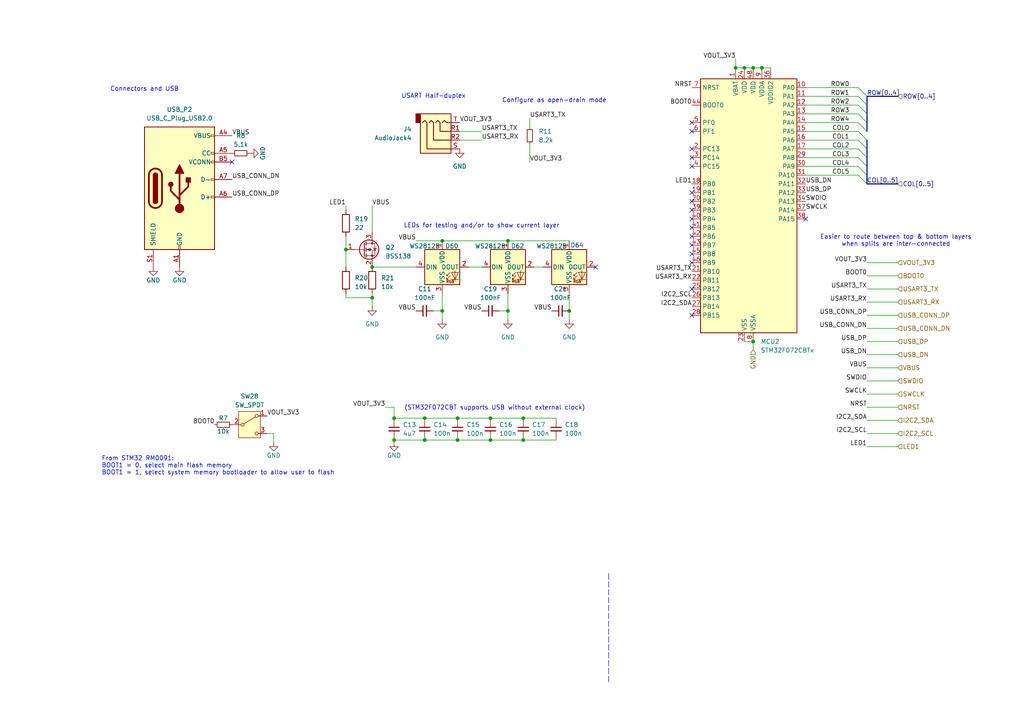
<source format=kicad_sch>
(kicad_sch
	(version 20231120)
	(generator "eeschema")
	(generator_version "8.0")
	(uuid "c52a438a-44d6-4509-bdfe-25beb6a3eea0")
	(paper "A4")
	(lib_symbols
		(symbol "Connector:USB_C_Plug_USB2.0"
			(pin_names
				(offset 1.016)
			)
			(exclude_from_sim no)
			(in_bom yes)
			(on_board yes)
			(property "Reference" "P"
				(at -10.16 19.05 0)
				(effects
					(font
						(size 1.27 1.27)
					)
					(justify left)
				)
			)
			(property "Value" "USB_C_Plug_USB2.0"
				(at 12.7 19.05 0)
				(effects
					(font
						(size 1.27 1.27)
					)
					(justify right)
				)
			)
			(property "Footprint" ""
				(at 3.81 0 0)
				(effects
					(font
						(size 1.27 1.27)
					)
					(hide yes)
				)
			)
			(property "Datasheet" "https://www.usb.org/sites/default/files/documents/usb_type-c.zip"
				(at 3.81 0 0)
				(effects
					(font
						(size 1.27 1.27)
					)
					(hide yes)
				)
			)
			(property "Description" "USB 2.0-only Type-C Plug connector"
				(at 0 0 0)
				(effects
					(font
						(size 1.27 1.27)
					)
					(hide yes)
				)
			)
			(property "ki_keywords" "usb universal serial bus type-C USB2.0"
				(at 0 0 0)
				(effects
					(font
						(size 1.27 1.27)
					)
					(hide yes)
				)
			)
			(property "ki_fp_filters" "USB*C*Plug*"
				(at 0 0 0)
				(effects
					(font
						(size 1.27 1.27)
					)
					(hide yes)
				)
			)
			(symbol "USB_C_Plug_USB2.0_0_0"
				(rectangle
					(start -0.254 -17.78)
					(end 0.254 -16.764)
					(stroke
						(width 0)
						(type default)
					)
					(fill
						(type none)
					)
				)
				(rectangle
					(start 10.16 -2.286)
					(end 9.144 -2.794)
					(stroke
						(width 0)
						(type default)
					)
					(fill
						(type none)
					)
				)
				(rectangle
					(start 10.16 2.794)
					(end 9.144 2.286)
					(stroke
						(width 0)
						(type default)
					)
					(fill
						(type none)
					)
				)
				(rectangle
					(start 10.16 7.874)
					(end 9.144 7.366)
					(stroke
						(width 0)
						(type default)
					)
					(fill
						(type none)
					)
				)
				(rectangle
					(start 10.16 10.414)
					(end 9.144 9.906)
					(stroke
						(width 0)
						(type default)
					)
					(fill
						(type none)
					)
				)
				(rectangle
					(start 10.16 15.494)
					(end 9.144 14.986)
					(stroke
						(width 0)
						(type default)
					)
					(fill
						(type none)
					)
				)
			)
			(symbol "USB_C_Plug_USB2.0_0_1"
				(rectangle
					(start -10.16 17.78)
					(end 10.16 -17.78)
					(stroke
						(width 0.254)
						(type default)
					)
					(fill
						(type background)
					)
				)
				(arc
					(start -8.89 -3.81)
					(mid -6.985 -5.7067)
					(end -5.08 -3.81)
					(stroke
						(width 0.508)
						(type default)
					)
					(fill
						(type none)
					)
				)
				(arc
					(start -7.62 -3.81)
					(mid -6.985 -4.4423)
					(end -6.35 -3.81)
					(stroke
						(width 0.254)
						(type default)
					)
					(fill
						(type none)
					)
				)
				(arc
					(start -7.62 -3.81)
					(mid -6.985 -4.4423)
					(end -6.35 -3.81)
					(stroke
						(width 0.254)
						(type default)
					)
					(fill
						(type outline)
					)
				)
				(rectangle
					(start -7.62 -3.81)
					(end -6.35 3.81)
					(stroke
						(width 0.254)
						(type default)
					)
					(fill
						(type outline)
					)
				)
				(arc
					(start -6.35 3.81)
					(mid -6.985 4.4423)
					(end -7.62 3.81)
					(stroke
						(width 0.254)
						(type default)
					)
					(fill
						(type none)
					)
				)
				(arc
					(start -6.35 3.81)
					(mid -6.985 4.4423)
					(end -7.62 3.81)
					(stroke
						(width 0.254)
						(type default)
					)
					(fill
						(type outline)
					)
				)
				(arc
					(start -5.08 3.81)
					(mid -6.985 5.7067)
					(end -8.89 3.81)
					(stroke
						(width 0.508)
						(type default)
					)
					(fill
						(type none)
					)
				)
				(circle
					(center -2.54 1.143)
					(radius 0.635)
					(stroke
						(width 0.254)
						(type default)
					)
					(fill
						(type outline)
					)
				)
				(circle
					(center 0 -5.842)
					(radius 1.27)
					(stroke
						(width 0)
						(type default)
					)
					(fill
						(type outline)
					)
				)
				(polyline
					(pts
						(xy -8.89 -3.81) (xy -8.89 3.81)
					)
					(stroke
						(width 0.508)
						(type default)
					)
					(fill
						(type none)
					)
				)
				(polyline
					(pts
						(xy -5.08 3.81) (xy -5.08 -3.81)
					)
					(stroke
						(width 0.508)
						(type default)
					)
					(fill
						(type none)
					)
				)
				(polyline
					(pts
						(xy 0 -5.842) (xy 0 4.318)
					)
					(stroke
						(width 0.508)
						(type default)
					)
					(fill
						(type none)
					)
				)
				(polyline
					(pts
						(xy 0 -3.302) (xy -2.54 -0.762) (xy -2.54 0.508)
					)
					(stroke
						(width 0.508)
						(type default)
					)
					(fill
						(type none)
					)
				)
				(polyline
					(pts
						(xy 0 -2.032) (xy 2.54 0.508) (xy 2.54 1.778)
					)
					(stroke
						(width 0.508)
						(type default)
					)
					(fill
						(type none)
					)
				)
				(polyline
					(pts
						(xy -1.27 4.318) (xy 0 6.858) (xy 1.27 4.318) (xy -1.27 4.318)
					)
					(stroke
						(width 0.254)
						(type default)
					)
					(fill
						(type outline)
					)
				)
				(rectangle
					(start 1.905 1.778)
					(end 3.175 3.048)
					(stroke
						(width 0.254)
						(type default)
					)
					(fill
						(type outline)
					)
				)
			)
			(symbol "USB_C_Plug_USB2.0_1_1"
				(pin passive line
					(at 0 -22.86 90)
					(length 5.08)
					(name "GND"
						(effects
							(font
								(size 1.27 1.27)
							)
						)
					)
					(number "A1"
						(effects
							(font
								(size 1.27 1.27)
							)
						)
					)
				)
				(pin passive line
					(at 0 -22.86 90)
					(length 5.08) hide
					(name "GND"
						(effects
							(font
								(size 1.27 1.27)
							)
						)
					)
					(number "A12"
						(effects
							(font
								(size 1.27 1.27)
							)
						)
					)
				)
				(pin passive line
					(at 15.24 15.24 180)
					(length 5.08)
					(name "VBUS"
						(effects
							(font
								(size 1.27 1.27)
							)
						)
					)
					(number "A4"
						(effects
							(font
								(size 1.27 1.27)
							)
						)
					)
				)
				(pin bidirectional line
					(at 15.24 10.16 180)
					(length 5.08)
					(name "CC"
						(effects
							(font
								(size 1.27 1.27)
							)
						)
					)
					(number "A5"
						(effects
							(font
								(size 1.27 1.27)
							)
						)
					)
				)
				(pin bidirectional line
					(at 15.24 -2.54 180)
					(length 5.08)
					(name "D+"
						(effects
							(font
								(size 1.27 1.27)
							)
						)
					)
					(number "A6"
						(effects
							(font
								(size 1.27 1.27)
							)
						)
					)
				)
				(pin bidirectional line
					(at 15.24 2.54 180)
					(length 5.08)
					(name "D-"
						(effects
							(font
								(size 1.27 1.27)
							)
						)
					)
					(number "A7"
						(effects
							(font
								(size 1.27 1.27)
							)
						)
					)
				)
				(pin passive line
					(at 15.24 15.24 180)
					(length 5.08) hide
					(name "VBUS"
						(effects
							(font
								(size 1.27 1.27)
							)
						)
					)
					(number "A9"
						(effects
							(font
								(size 1.27 1.27)
							)
						)
					)
				)
				(pin passive line
					(at 0 -22.86 90)
					(length 5.08) hide
					(name "GND"
						(effects
							(font
								(size 1.27 1.27)
							)
						)
					)
					(number "B1"
						(effects
							(font
								(size 1.27 1.27)
							)
						)
					)
				)
				(pin passive line
					(at 0 -22.86 90)
					(length 5.08) hide
					(name "GND"
						(effects
							(font
								(size 1.27 1.27)
							)
						)
					)
					(number "B12"
						(effects
							(font
								(size 1.27 1.27)
							)
						)
					)
				)
				(pin passive line
					(at 15.24 15.24 180)
					(length 5.08) hide
					(name "VBUS"
						(effects
							(font
								(size 1.27 1.27)
							)
						)
					)
					(number "B4"
						(effects
							(font
								(size 1.27 1.27)
							)
						)
					)
				)
				(pin bidirectional line
					(at 15.24 7.62 180)
					(length 5.08)
					(name "VCONN"
						(effects
							(font
								(size 1.27 1.27)
							)
						)
					)
					(number "B5"
						(effects
							(font
								(size 1.27 1.27)
							)
						)
					)
				)
				(pin passive line
					(at 15.24 15.24 180)
					(length 5.08) hide
					(name "VBUS"
						(effects
							(font
								(size 1.27 1.27)
							)
						)
					)
					(number "B9"
						(effects
							(font
								(size 1.27 1.27)
							)
						)
					)
				)
				(pin passive line
					(at -7.62 -22.86 90)
					(length 5.08)
					(name "SHIELD"
						(effects
							(font
								(size 1.27 1.27)
							)
						)
					)
					(number "S1"
						(effects
							(font
								(size 1.27 1.27)
							)
						)
					)
				)
			)
		)
		(symbol "Connector_Audio:AudioJack4"
			(exclude_from_sim no)
			(in_bom yes)
			(on_board yes)
			(property "Reference" "J"
				(at 0 8.89 0)
				(effects
					(font
						(size 1.27 1.27)
					)
				)
			)
			(property "Value" "AudioJack4"
				(at 0 6.35 0)
				(effects
					(font
						(size 1.27 1.27)
					)
				)
			)
			(property "Footprint" ""
				(at 0 0 0)
				(effects
					(font
						(size 1.27 1.27)
					)
					(hide yes)
				)
			)
			(property "Datasheet" "~"
				(at 0 0 0)
				(effects
					(font
						(size 1.27 1.27)
					)
					(hide yes)
				)
			)
			(property "Description" "Audio Jack, 4 Poles (TRRS)"
				(at 0 0 0)
				(effects
					(font
						(size 1.27 1.27)
					)
					(hide yes)
				)
			)
			(property "ki_keywords" "audio jack receptacle stereo headphones TRRS connector"
				(at 0 0 0)
				(effects
					(font
						(size 1.27 1.27)
					)
					(hide yes)
				)
			)
			(property "ki_fp_filters" "Jack*"
				(at 0 0 0)
				(effects
					(font
						(size 1.27 1.27)
					)
					(hide yes)
				)
			)
			(symbol "AudioJack4_0_1"
				(rectangle
					(start -6.35 -5.08)
					(end -7.62 -7.62)
					(stroke
						(width 0.254)
						(type default)
					)
					(fill
						(type outline)
					)
				)
				(polyline
					(pts
						(xy 0 -5.08) (xy 0.635 -5.715) (xy 1.27 -5.08) (xy 2.54 -5.08)
					)
					(stroke
						(width 0.254)
						(type default)
					)
					(fill
						(type none)
					)
				)
				(polyline
					(pts
						(xy -5.715 -5.08) (xy -5.08 -5.715) (xy -4.445 -5.08) (xy -4.445 2.54) (xy 2.54 2.54)
					)
					(stroke
						(width 0.254)
						(type default)
					)
					(fill
						(type none)
					)
				)
				(polyline
					(pts
						(xy -1.905 -5.08) (xy -1.27 -5.715) (xy -0.635 -5.08) (xy -0.635 -2.54) (xy 2.54 -2.54)
					)
					(stroke
						(width 0.254)
						(type default)
					)
					(fill
						(type none)
					)
				)
				(polyline
					(pts
						(xy 2.54 0) (xy -2.54 0) (xy -2.54 -5.08) (xy -3.175 -5.715) (xy -3.81 -5.08)
					)
					(stroke
						(width 0.254)
						(type default)
					)
					(fill
						(type none)
					)
				)
				(rectangle
					(start 2.54 3.81)
					(end -6.35 -7.62)
					(stroke
						(width 0.254)
						(type default)
					)
					(fill
						(type background)
					)
				)
			)
			(symbol "AudioJack4_1_1"
				(pin passive line
					(at 5.08 -2.54 180)
					(length 2.54)
					(name "~"
						(effects
							(font
								(size 1.27 1.27)
							)
						)
					)
					(number "R1"
						(effects
							(font
								(size 1.27 1.27)
							)
						)
					)
				)
				(pin passive line
					(at 5.08 0 180)
					(length 2.54)
					(name "~"
						(effects
							(font
								(size 1.27 1.27)
							)
						)
					)
					(number "R2"
						(effects
							(font
								(size 1.27 1.27)
							)
						)
					)
				)
				(pin passive line
					(at 5.08 2.54 180)
					(length 2.54)
					(name "~"
						(effects
							(font
								(size 1.27 1.27)
							)
						)
					)
					(number "S"
						(effects
							(font
								(size 1.27 1.27)
							)
						)
					)
				)
				(pin passive line
					(at 5.08 -5.08 180)
					(length 2.54)
					(name "~"
						(effects
							(font
								(size 1.27 1.27)
							)
						)
					)
					(number "T"
						(effects
							(font
								(size 1.27 1.27)
							)
						)
					)
				)
			)
		)
		(symbol "Device:C_Small"
			(pin_numbers hide)
			(pin_names
				(offset 0.254) hide)
			(exclude_from_sim no)
			(in_bom yes)
			(on_board yes)
			(property "Reference" "C"
				(at 0.254 1.778 0)
				(effects
					(font
						(size 1.27 1.27)
					)
					(justify left)
				)
			)
			(property "Value" "C_Small"
				(at 0.254 -2.032 0)
				(effects
					(font
						(size 1.27 1.27)
					)
					(justify left)
				)
			)
			(property "Footprint" ""
				(at 0 0 0)
				(effects
					(font
						(size 1.27 1.27)
					)
					(hide yes)
				)
			)
			(property "Datasheet" "~"
				(at 0 0 0)
				(effects
					(font
						(size 1.27 1.27)
					)
					(hide yes)
				)
			)
			(property "Description" "Unpolarized capacitor, small symbol"
				(at 0 0 0)
				(effects
					(font
						(size 1.27 1.27)
					)
					(hide yes)
				)
			)
			(property "ki_keywords" "capacitor cap"
				(at 0 0 0)
				(effects
					(font
						(size 1.27 1.27)
					)
					(hide yes)
				)
			)
			(property "ki_fp_filters" "C_*"
				(at 0 0 0)
				(effects
					(font
						(size 1.27 1.27)
					)
					(hide yes)
				)
			)
			(symbol "C_Small_0_1"
				(polyline
					(pts
						(xy -1.524 -0.508) (xy 1.524 -0.508)
					)
					(stroke
						(width 0.3302)
						(type default)
					)
					(fill
						(type none)
					)
				)
				(polyline
					(pts
						(xy -1.524 0.508) (xy 1.524 0.508)
					)
					(stroke
						(width 0.3048)
						(type default)
					)
					(fill
						(type none)
					)
				)
			)
			(symbol "C_Small_1_1"
				(pin passive line
					(at 0 2.54 270)
					(length 2.032)
					(name "~"
						(effects
							(font
								(size 1.27 1.27)
							)
						)
					)
					(number "1"
						(effects
							(font
								(size 1.27 1.27)
							)
						)
					)
				)
				(pin passive line
					(at 0 -2.54 90)
					(length 2.032)
					(name "~"
						(effects
							(font
								(size 1.27 1.27)
							)
						)
					)
					(number "2"
						(effects
							(font
								(size 1.27 1.27)
							)
						)
					)
				)
			)
		)
		(symbol "Device:R"
			(pin_numbers hide)
			(pin_names
				(offset 0)
			)
			(exclude_from_sim no)
			(in_bom yes)
			(on_board yes)
			(property "Reference" "R"
				(at 2.032 0 90)
				(effects
					(font
						(size 1.27 1.27)
					)
				)
			)
			(property "Value" "R"
				(at 0 0 90)
				(effects
					(font
						(size 1.27 1.27)
					)
				)
			)
			(property "Footprint" ""
				(at -1.778 0 90)
				(effects
					(font
						(size 1.27 1.27)
					)
					(hide yes)
				)
			)
			(property "Datasheet" "~"
				(at 0 0 0)
				(effects
					(font
						(size 1.27 1.27)
					)
					(hide yes)
				)
			)
			(property "Description" "Resistor"
				(at 0 0 0)
				(effects
					(font
						(size 1.27 1.27)
					)
					(hide yes)
				)
			)
			(property "ki_keywords" "R res resistor"
				(at 0 0 0)
				(effects
					(font
						(size 1.27 1.27)
					)
					(hide yes)
				)
			)
			(property "ki_fp_filters" "R_*"
				(at 0 0 0)
				(effects
					(font
						(size 1.27 1.27)
					)
					(hide yes)
				)
			)
			(symbol "R_0_1"
				(rectangle
					(start -1.016 -2.54)
					(end 1.016 2.54)
					(stroke
						(width 0.254)
						(type default)
					)
					(fill
						(type none)
					)
				)
			)
			(symbol "R_1_1"
				(pin passive line
					(at 0 3.81 270)
					(length 1.27)
					(name "~"
						(effects
							(font
								(size 1.27 1.27)
							)
						)
					)
					(number "1"
						(effects
							(font
								(size 1.27 1.27)
							)
						)
					)
				)
				(pin passive line
					(at 0 -3.81 90)
					(length 1.27)
					(name "~"
						(effects
							(font
								(size 1.27 1.27)
							)
						)
					)
					(number "2"
						(effects
							(font
								(size 1.27 1.27)
							)
						)
					)
				)
			)
		)
		(symbol "Device:R_Small"
			(pin_numbers hide)
			(pin_names
				(offset 0.254) hide)
			(exclude_from_sim no)
			(in_bom yes)
			(on_board yes)
			(property "Reference" "R"
				(at 0.762 0.508 0)
				(effects
					(font
						(size 1.27 1.27)
					)
					(justify left)
				)
			)
			(property "Value" "R_Small"
				(at 0.762 -1.016 0)
				(effects
					(font
						(size 1.27 1.27)
					)
					(justify left)
				)
			)
			(property "Footprint" ""
				(at 0 0 0)
				(effects
					(font
						(size 1.27 1.27)
					)
					(hide yes)
				)
			)
			(property "Datasheet" "~"
				(at 0 0 0)
				(effects
					(font
						(size 1.27 1.27)
					)
					(hide yes)
				)
			)
			(property "Description" "Resistor, small symbol"
				(at 0 0 0)
				(effects
					(font
						(size 1.27 1.27)
					)
					(hide yes)
				)
			)
			(property "ki_keywords" "R resistor"
				(at 0 0 0)
				(effects
					(font
						(size 1.27 1.27)
					)
					(hide yes)
				)
			)
			(property "ki_fp_filters" "R_*"
				(at 0 0 0)
				(effects
					(font
						(size 1.27 1.27)
					)
					(hide yes)
				)
			)
			(symbol "R_Small_0_1"
				(rectangle
					(start -0.762 1.778)
					(end 0.762 -1.778)
					(stroke
						(width 0.2032)
						(type default)
					)
					(fill
						(type none)
					)
				)
			)
			(symbol "R_Small_1_1"
				(pin passive line
					(at 0 2.54 270)
					(length 0.762)
					(name "~"
						(effects
							(font
								(size 1.27 1.27)
							)
						)
					)
					(number "1"
						(effects
							(font
								(size 1.27 1.27)
							)
						)
					)
				)
				(pin passive line
					(at 0 -2.54 90)
					(length 0.762)
					(name "~"
						(effects
							(font
								(size 1.27 1.27)
							)
						)
					)
					(number "2"
						(effects
							(font
								(size 1.27 1.27)
							)
						)
					)
				)
			)
		)
		(symbol "LED:WS2812B"
			(pin_names
				(offset 0.254)
			)
			(exclude_from_sim no)
			(in_bom yes)
			(on_board yes)
			(property "Reference" "D"
				(at 5.08 5.715 0)
				(effects
					(font
						(size 1.27 1.27)
					)
					(justify right bottom)
				)
			)
			(property "Value" "WS2812B"
				(at 1.27 -5.715 0)
				(effects
					(font
						(size 1.27 1.27)
					)
					(justify left top)
				)
			)
			(property "Footprint" "LED_SMD:LED_WS2812B_PLCC4_5.0x5.0mm_P3.2mm"
				(at 1.27 -7.62 0)
				(effects
					(font
						(size 1.27 1.27)
					)
					(justify left top)
					(hide yes)
				)
			)
			(property "Datasheet" "https://cdn-shop.adafruit.com/datasheets/WS2812B.pdf"
				(at 2.54 -9.525 0)
				(effects
					(font
						(size 1.27 1.27)
					)
					(justify left top)
					(hide yes)
				)
			)
			(property "Description" "RGB LED with integrated controller"
				(at 0 0 0)
				(effects
					(font
						(size 1.27 1.27)
					)
					(hide yes)
				)
			)
			(property "ki_keywords" "RGB LED NeoPixel addressable"
				(at 0 0 0)
				(effects
					(font
						(size 1.27 1.27)
					)
					(hide yes)
				)
			)
			(property "ki_fp_filters" "LED*WS2812*PLCC*5.0x5.0mm*P3.2mm*"
				(at 0 0 0)
				(effects
					(font
						(size 1.27 1.27)
					)
					(hide yes)
				)
			)
			(symbol "WS2812B_0_0"
				(text "RGB"
					(at 2.286 -4.191 0)
					(effects
						(font
							(size 0.762 0.762)
						)
					)
				)
			)
			(symbol "WS2812B_0_1"
				(polyline
					(pts
						(xy 1.27 -3.556) (xy 1.778 -3.556)
					)
					(stroke
						(width 0)
						(type default)
					)
					(fill
						(type none)
					)
				)
				(polyline
					(pts
						(xy 1.27 -2.54) (xy 1.778 -2.54)
					)
					(stroke
						(width 0)
						(type default)
					)
					(fill
						(type none)
					)
				)
				(polyline
					(pts
						(xy 4.699 -3.556) (xy 2.667 -3.556)
					)
					(stroke
						(width 0)
						(type default)
					)
					(fill
						(type none)
					)
				)
				(polyline
					(pts
						(xy 2.286 -2.54) (xy 1.27 -3.556) (xy 1.27 -3.048)
					)
					(stroke
						(width 0)
						(type default)
					)
					(fill
						(type none)
					)
				)
				(polyline
					(pts
						(xy 2.286 -1.524) (xy 1.27 -2.54) (xy 1.27 -2.032)
					)
					(stroke
						(width 0)
						(type default)
					)
					(fill
						(type none)
					)
				)
				(polyline
					(pts
						(xy 3.683 -1.016) (xy 3.683 -3.556) (xy 3.683 -4.064)
					)
					(stroke
						(width 0)
						(type default)
					)
					(fill
						(type none)
					)
				)
				(polyline
					(pts
						(xy 4.699 -1.524) (xy 2.667 -1.524) (xy 3.683 -3.556) (xy 4.699 -1.524)
					)
					(stroke
						(width 0)
						(type default)
					)
					(fill
						(type none)
					)
				)
				(rectangle
					(start 5.08 5.08)
					(end -5.08 -5.08)
					(stroke
						(width 0.254)
						(type default)
					)
					(fill
						(type background)
					)
				)
			)
			(symbol "WS2812B_1_1"
				(pin power_in line
					(at 0 7.62 270)
					(length 2.54)
					(name "VDD"
						(effects
							(font
								(size 1.27 1.27)
							)
						)
					)
					(number "1"
						(effects
							(font
								(size 1.27 1.27)
							)
						)
					)
				)
				(pin output line
					(at 7.62 0 180)
					(length 2.54)
					(name "DOUT"
						(effects
							(font
								(size 1.27 1.27)
							)
						)
					)
					(number "2"
						(effects
							(font
								(size 1.27 1.27)
							)
						)
					)
				)
				(pin power_in line
					(at 0 -7.62 90)
					(length 2.54)
					(name "VSS"
						(effects
							(font
								(size 1.27 1.27)
							)
						)
					)
					(number "3"
						(effects
							(font
								(size 1.27 1.27)
							)
						)
					)
				)
				(pin input line
					(at -7.62 0 0)
					(length 2.54)
					(name "DIN"
						(effects
							(font
								(size 1.27 1.27)
							)
						)
					)
					(number "4"
						(effects
							(font
								(size 1.27 1.27)
							)
						)
					)
				)
			)
		)
		(symbol "MCU_ST_STM32F0:STM32F072CBTx"
			(exclude_from_sim no)
			(in_bom yes)
			(on_board yes)
			(property "Reference" "U"
				(at -12.7 39.37 0)
				(effects
					(font
						(size 1.27 1.27)
					)
					(justify left)
				)
			)
			(property "Value" "STM32F072CBTx"
				(at 10.16 39.37 0)
				(effects
					(font
						(size 1.27 1.27)
					)
					(justify left)
				)
			)
			(property "Footprint" "Package_QFP:LQFP-48_7x7mm_P0.5mm"
				(at -12.7 -35.56 0)
				(effects
					(font
						(size 1.27 1.27)
					)
					(justify right)
					(hide yes)
				)
			)
			(property "Datasheet" "https://www.st.com/resource/en/datasheet/stm32f072cb.pdf"
				(at 0 0 0)
				(effects
					(font
						(size 1.27 1.27)
					)
					(hide yes)
				)
			)
			(property "Description" "STMicroelectronics Arm Cortex-M0 MCU, 128KB flash, 16KB RAM, 48 MHz, 2.0-3.6V, 37 GPIO, LQFP48"
				(at 0 0 0)
				(effects
					(font
						(size 1.27 1.27)
					)
					(hide yes)
				)
			)
			(property "ki_locked" ""
				(at 0 0 0)
				(effects
					(font
						(size 1.27 1.27)
					)
				)
			)
			(property "ki_keywords" "Arm Cortex-M0 STM32F0 STM32F0x2"
				(at 0 0 0)
				(effects
					(font
						(size 1.27 1.27)
					)
					(hide yes)
				)
			)
			(property "ki_fp_filters" "LQFP*7x7mm*P0.5mm*"
				(at 0 0 0)
				(effects
					(font
						(size 1.27 1.27)
					)
					(hide yes)
				)
			)
			(symbol "STM32F072CBTx_0_1"
				(rectangle
					(start -12.7 -35.56)
					(end 15.24 38.1)
					(stroke
						(width 0.254)
						(type default)
					)
					(fill
						(type background)
					)
				)
			)
			(symbol "STM32F072CBTx_1_1"
				(pin power_in line
					(at -2.54 40.64 270)
					(length 2.54)
					(name "VBAT"
						(effects
							(font
								(size 1.27 1.27)
							)
						)
					)
					(number "1"
						(effects
							(font
								(size 1.27 1.27)
							)
						)
					)
				)
				(pin bidirectional line
					(at 17.78 35.56 180)
					(length 2.54)
					(name "PA0"
						(effects
							(font
								(size 1.27 1.27)
							)
						)
					)
					(number "10"
						(effects
							(font
								(size 1.27 1.27)
							)
						)
					)
					(alternate "ADC_IN0" bidirectional line)
					(alternate "COMP1_INM" bidirectional line)
					(alternate "COMP1_OUT" bidirectional line)
					(alternate "RTC_TAMP2" bidirectional line)
					(alternate "SYS_WKUP1" bidirectional line)
					(alternate "TIM2_CH1" bidirectional line)
					(alternate "TIM2_ETR" bidirectional line)
					(alternate "TSC_G1_IO1" bidirectional line)
					(alternate "USART2_CTS" bidirectional line)
					(alternate "USART4_TX" bidirectional line)
				)
				(pin bidirectional line
					(at 17.78 33.02 180)
					(length 2.54)
					(name "PA1"
						(effects
							(font
								(size 1.27 1.27)
							)
						)
					)
					(number "11"
						(effects
							(font
								(size 1.27 1.27)
							)
						)
					)
					(alternate "ADC_IN1" bidirectional line)
					(alternate "COMP1_INP" bidirectional line)
					(alternate "TIM15_CH1N" bidirectional line)
					(alternate "TIM2_CH2" bidirectional line)
					(alternate "TSC_G1_IO2" bidirectional line)
					(alternate "USART2_DE" bidirectional line)
					(alternate "USART2_RTS" bidirectional line)
					(alternate "USART4_RX" bidirectional line)
				)
				(pin bidirectional line
					(at 17.78 30.48 180)
					(length 2.54)
					(name "PA2"
						(effects
							(font
								(size 1.27 1.27)
							)
						)
					)
					(number "12"
						(effects
							(font
								(size 1.27 1.27)
							)
						)
					)
					(alternate "ADC_IN2" bidirectional line)
					(alternate "COMP2_INM" bidirectional line)
					(alternate "COMP2_OUT" bidirectional line)
					(alternate "SYS_WKUP4" bidirectional line)
					(alternate "TIM15_CH1" bidirectional line)
					(alternate "TIM2_CH3" bidirectional line)
					(alternate "TSC_G1_IO3" bidirectional line)
					(alternate "USART2_TX" bidirectional line)
				)
				(pin bidirectional line
					(at 17.78 27.94 180)
					(length 2.54)
					(name "PA3"
						(effects
							(font
								(size 1.27 1.27)
							)
						)
					)
					(number "13"
						(effects
							(font
								(size 1.27 1.27)
							)
						)
					)
					(alternate "ADC_IN3" bidirectional line)
					(alternate "COMP2_INP" bidirectional line)
					(alternate "TIM15_CH2" bidirectional line)
					(alternate "TIM2_CH4" bidirectional line)
					(alternate "TSC_G1_IO4" bidirectional line)
					(alternate "USART2_RX" bidirectional line)
				)
				(pin bidirectional line
					(at 17.78 25.4 180)
					(length 2.54)
					(name "PA4"
						(effects
							(font
								(size 1.27 1.27)
							)
						)
					)
					(number "14"
						(effects
							(font
								(size 1.27 1.27)
							)
						)
					)
					(alternate "ADC_IN4" bidirectional line)
					(alternate "COMP1_INM" bidirectional line)
					(alternate "COMP2_INM" bidirectional line)
					(alternate "DAC_OUT1" bidirectional line)
					(alternate "I2S1_WS" bidirectional line)
					(alternate "SPI1_NSS" bidirectional line)
					(alternate "TIM14_CH1" bidirectional line)
					(alternate "TSC_G2_IO1" bidirectional line)
					(alternate "USART2_CK" bidirectional line)
				)
				(pin bidirectional line
					(at 17.78 22.86 180)
					(length 2.54)
					(name "PA5"
						(effects
							(font
								(size 1.27 1.27)
							)
						)
					)
					(number "15"
						(effects
							(font
								(size 1.27 1.27)
							)
						)
					)
					(alternate "ADC_IN5" bidirectional line)
					(alternate "CEC" bidirectional line)
					(alternate "COMP1_INM" bidirectional line)
					(alternate "COMP2_INM" bidirectional line)
					(alternate "DAC_OUT2" bidirectional line)
					(alternate "I2S1_CK" bidirectional line)
					(alternate "SPI1_SCK" bidirectional line)
					(alternate "TIM2_CH1" bidirectional line)
					(alternate "TIM2_ETR" bidirectional line)
					(alternate "TSC_G2_IO2" bidirectional line)
				)
				(pin bidirectional line
					(at 17.78 20.32 180)
					(length 2.54)
					(name "PA6"
						(effects
							(font
								(size 1.27 1.27)
							)
						)
					)
					(number "16"
						(effects
							(font
								(size 1.27 1.27)
							)
						)
					)
					(alternate "ADC_IN6" bidirectional line)
					(alternate "COMP1_OUT" bidirectional line)
					(alternate "I2S1_MCK" bidirectional line)
					(alternate "SPI1_MISO" bidirectional line)
					(alternate "TIM16_CH1" bidirectional line)
					(alternate "TIM1_BKIN" bidirectional line)
					(alternate "TIM3_CH1" bidirectional line)
					(alternate "TSC_G2_IO3" bidirectional line)
					(alternate "USART3_CTS" bidirectional line)
				)
				(pin bidirectional line
					(at 17.78 17.78 180)
					(length 2.54)
					(name "PA7"
						(effects
							(font
								(size 1.27 1.27)
							)
						)
					)
					(number "17"
						(effects
							(font
								(size 1.27 1.27)
							)
						)
					)
					(alternate "ADC_IN7" bidirectional line)
					(alternate "COMP2_OUT" bidirectional line)
					(alternate "I2S1_SD" bidirectional line)
					(alternate "SPI1_MOSI" bidirectional line)
					(alternate "TIM14_CH1" bidirectional line)
					(alternate "TIM17_CH1" bidirectional line)
					(alternate "TIM1_CH1N" bidirectional line)
					(alternate "TIM3_CH2" bidirectional line)
					(alternate "TSC_G2_IO4" bidirectional line)
				)
				(pin bidirectional line
					(at -15.24 7.62 0)
					(length 2.54)
					(name "PB0"
						(effects
							(font
								(size 1.27 1.27)
							)
						)
					)
					(number "18"
						(effects
							(font
								(size 1.27 1.27)
							)
						)
					)
					(alternate "ADC_IN8" bidirectional line)
					(alternate "TIM1_CH2N" bidirectional line)
					(alternate "TIM3_CH3" bidirectional line)
					(alternate "TSC_G3_IO2" bidirectional line)
					(alternate "USART3_CK" bidirectional line)
				)
				(pin bidirectional line
					(at -15.24 5.08 0)
					(length 2.54)
					(name "PB1"
						(effects
							(font
								(size 1.27 1.27)
							)
						)
					)
					(number "19"
						(effects
							(font
								(size 1.27 1.27)
							)
						)
					)
					(alternate "ADC_IN9" bidirectional line)
					(alternate "TIM14_CH1" bidirectional line)
					(alternate "TIM1_CH3N" bidirectional line)
					(alternate "TIM3_CH4" bidirectional line)
					(alternate "TSC_G3_IO3" bidirectional line)
					(alternate "USART3_DE" bidirectional line)
					(alternate "USART3_RTS" bidirectional line)
				)
				(pin bidirectional line
					(at -15.24 17.78 0)
					(length 2.54)
					(name "PC13"
						(effects
							(font
								(size 1.27 1.27)
							)
						)
					)
					(number "2"
						(effects
							(font
								(size 1.27 1.27)
							)
						)
					)
					(alternate "RTC_OUT_ALARM" bidirectional line)
					(alternate "RTC_OUT_CALIB" bidirectional line)
					(alternate "RTC_TAMP1" bidirectional line)
					(alternate "RTC_TS" bidirectional line)
					(alternate "SYS_WKUP2" bidirectional line)
				)
				(pin bidirectional line
					(at -15.24 2.54 0)
					(length 2.54)
					(name "PB2"
						(effects
							(font
								(size 1.27 1.27)
							)
						)
					)
					(number "20"
						(effects
							(font
								(size 1.27 1.27)
							)
						)
					)
					(alternate "TSC_G3_IO4" bidirectional line)
				)
				(pin bidirectional line
					(at -15.24 -17.78 0)
					(length 2.54)
					(name "PB10"
						(effects
							(font
								(size 1.27 1.27)
							)
						)
					)
					(number "21"
						(effects
							(font
								(size 1.27 1.27)
							)
						)
					)
					(alternate "CEC" bidirectional line)
					(alternate "I2C2_SCL" bidirectional line)
					(alternate "I2S2_CK" bidirectional line)
					(alternate "SPI2_SCK" bidirectional line)
					(alternate "TIM2_CH3" bidirectional line)
					(alternate "TSC_SYNC" bidirectional line)
					(alternate "USART3_TX" bidirectional line)
				)
				(pin bidirectional line
					(at -15.24 -20.32 0)
					(length 2.54)
					(name "PB11"
						(effects
							(font
								(size 1.27 1.27)
							)
						)
					)
					(number "22"
						(effects
							(font
								(size 1.27 1.27)
							)
						)
					)
					(alternate "I2C2_SDA" bidirectional line)
					(alternate "TIM2_CH4" bidirectional line)
					(alternate "TSC_G6_IO1" bidirectional line)
					(alternate "USART3_RX" bidirectional line)
				)
				(pin power_in line
					(at 0 -38.1 90)
					(length 2.54)
					(name "VSS"
						(effects
							(font
								(size 1.27 1.27)
							)
						)
					)
					(number "23"
						(effects
							(font
								(size 1.27 1.27)
							)
						)
					)
				)
				(pin power_in line
					(at 0 40.64 270)
					(length 2.54)
					(name "VDD"
						(effects
							(font
								(size 1.27 1.27)
							)
						)
					)
					(number "24"
						(effects
							(font
								(size 1.27 1.27)
							)
						)
					)
				)
				(pin bidirectional line
					(at -15.24 -22.86 0)
					(length 2.54)
					(name "PB12"
						(effects
							(font
								(size 1.27 1.27)
							)
						)
					)
					(number "25"
						(effects
							(font
								(size 1.27 1.27)
							)
						)
					)
					(alternate "I2S2_WS" bidirectional line)
					(alternate "SPI2_NSS" bidirectional line)
					(alternate "TIM15_BKIN" bidirectional line)
					(alternate "TIM1_BKIN" bidirectional line)
					(alternate "TSC_G6_IO2" bidirectional line)
					(alternate "USART3_CK" bidirectional line)
				)
				(pin bidirectional line
					(at -15.24 -25.4 0)
					(length 2.54)
					(name "PB13"
						(effects
							(font
								(size 1.27 1.27)
							)
						)
					)
					(number "26"
						(effects
							(font
								(size 1.27 1.27)
							)
						)
					)
					(alternate "I2C2_SCL" bidirectional line)
					(alternate "I2S2_CK" bidirectional line)
					(alternate "SPI2_SCK" bidirectional line)
					(alternate "TIM1_CH1N" bidirectional line)
					(alternate "TSC_G6_IO3" bidirectional line)
					(alternate "USART3_CTS" bidirectional line)
				)
				(pin bidirectional line
					(at -15.24 -27.94 0)
					(length 2.54)
					(name "PB14"
						(effects
							(font
								(size 1.27 1.27)
							)
						)
					)
					(number "27"
						(effects
							(font
								(size 1.27 1.27)
							)
						)
					)
					(alternate "I2C2_SDA" bidirectional line)
					(alternate "I2S2_MCK" bidirectional line)
					(alternate "SPI2_MISO" bidirectional line)
					(alternate "TIM15_CH1" bidirectional line)
					(alternate "TIM1_CH2N" bidirectional line)
					(alternate "TSC_G6_IO4" bidirectional line)
					(alternate "USART3_DE" bidirectional line)
					(alternate "USART3_RTS" bidirectional line)
				)
				(pin bidirectional line
					(at -15.24 -30.48 0)
					(length 2.54)
					(name "PB15"
						(effects
							(font
								(size 1.27 1.27)
							)
						)
					)
					(number "28"
						(effects
							(font
								(size 1.27 1.27)
							)
						)
					)
					(alternate "I2S2_SD" bidirectional line)
					(alternate "RTC_REFIN" bidirectional line)
					(alternate "SPI2_MOSI" bidirectional line)
					(alternate "SYS_WKUP7" bidirectional line)
					(alternate "TIM15_CH1N" bidirectional line)
					(alternate "TIM15_CH2" bidirectional line)
					(alternate "TIM1_CH3N" bidirectional line)
				)
				(pin bidirectional line
					(at 17.78 15.24 180)
					(length 2.54)
					(name "PA8"
						(effects
							(font
								(size 1.27 1.27)
							)
						)
					)
					(number "29"
						(effects
							(font
								(size 1.27 1.27)
							)
						)
					)
					(alternate "CRS_SYNC" bidirectional line)
					(alternate "RCC_MCO" bidirectional line)
					(alternate "TIM1_CH1" bidirectional line)
					(alternate "USART1_CK" bidirectional line)
				)
				(pin bidirectional line
					(at -15.24 15.24 0)
					(length 2.54)
					(name "PC14"
						(effects
							(font
								(size 1.27 1.27)
							)
						)
					)
					(number "3"
						(effects
							(font
								(size 1.27 1.27)
							)
						)
					)
					(alternate "RCC_OSC32_IN" bidirectional line)
				)
				(pin bidirectional line
					(at 17.78 12.7 180)
					(length 2.54)
					(name "PA9"
						(effects
							(font
								(size 1.27 1.27)
							)
						)
					)
					(number "30"
						(effects
							(font
								(size 1.27 1.27)
							)
						)
					)
					(alternate "DAC_EXTI9" bidirectional line)
					(alternate "TIM15_BKIN" bidirectional line)
					(alternate "TIM1_CH2" bidirectional line)
					(alternate "TSC_G4_IO1" bidirectional line)
					(alternate "USART1_TX" bidirectional line)
				)
				(pin bidirectional line
					(at 17.78 10.16 180)
					(length 2.54)
					(name "PA10"
						(effects
							(font
								(size 1.27 1.27)
							)
						)
					)
					(number "31"
						(effects
							(font
								(size 1.27 1.27)
							)
						)
					)
					(alternate "TIM17_BKIN" bidirectional line)
					(alternate "TIM1_CH3" bidirectional line)
					(alternate "TSC_G4_IO2" bidirectional line)
					(alternate "USART1_RX" bidirectional line)
				)
				(pin bidirectional line
					(at 17.78 7.62 180)
					(length 2.54)
					(name "PA11"
						(effects
							(font
								(size 1.27 1.27)
							)
						)
					)
					(number "32"
						(effects
							(font
								(size 1.27 1.27)
							)
						)
					)
					(alternate "CAN_RX" bidirectional line)
					(alternate "COMP1_OUT" bidirectional line)
					(alternate "TIM1_CH4" bidirectional line)
					(alternate "TSC_G4_IO3" bidirectional line)
					(alternate "USART1_CTS" bidirectional line)
					(alternate "USB_DM" bidirectional line)
				)
				(pin bidirectional line
					(at 17.78 5.08 180)
					(length 2.54)
					(name "PA12"
						(effects
							(font
								(size 1.27 1.27)
							)
						)
					)
					(number "33"
						(effects
							(font
								(size 1.27 1.27)
							)
						)
					)
					(alternate "CAN_TX" bidirectional line)
					(alternate "COMP2_OUT" bidirectional line)
					(alternate "TIM1_ETR" bidirectional line)
					(alternate "TSC_G4_IO4" bidirectional line)
					(alternate "USART1_DE" bidirectional line)
					(alternate "USART1_RTS" bidirectional line)
					(alternate "USB_DP" bidirectional line)
				)
				(pin bidirectional line
					(at 17.78 2.54 180)
					(length 2.54)
					(name "PA13"
						(effects
							(font
								(size 1.27 1.27)
							)
						)
					)
					(number "34"
						(effects
							(font
								(size 1.27 1.27)
							)
						)
					)
					(alternate "IR_OUT" bidirectional line)
					(alternate "SYS_SWDIO" bidirectional line)
					(alternate "USB_NOE" bidirectional line)
				)
				(pin passive line
					(at 0 -38.1 90)
					(length 2.54) hide
					(name "VSS"
						(effects
							(font
								(size 1.27 1.27)
							)
						)
					)
					(number "35"
						(effects
							(font
								(size 1.27 1.27)
							)
						)
					)
				)
				(pin power_in line
					(at 7.62 40.64 270)
					(length 2.54)
					(name "VDDIO2"
						(effects
							(font
								(size 1.27 1.27)
							)
						)
					)
					(number "36"
						(effects
							(font
								(size 1.27 1.27)
							)
						)
					)
				)
				(pin bidirectional line
					(at 17.78 0 180)
					(length 2.54)
					(name "PA14"
						(effects
							(font
								(size 1.27 1.27)
							)
						)
					)
					(number "37"
						(effects
							(font
								(size 1.27 1.27)
							)
						)
					)
					(alternate "SYS_SWCLK" bidirectional line)
					(alternate "USART2_TX" bidirectional line)
				)
				(pin bidirectional line
					(at 17.78 -2.54 180)
					(length 2.54)
					(name "PA15"
						(effects
							(font
								(size 1.27 1.27)
							)
						)
					)
					(number "38"
						(effects
							(font
								(size 1.27 1.27)
							)
						)
					)
					(alternate "I2S1_WS" bidirectional line)
					(alternate "SPI1_NSS" bidirectional line)
					(alternate "TIM2_CH1" bidirectional line)
					(alternate "TIM2_ETR" bidirectional line)
					(alternate "USART2_RX" bidirectional line)
					(alternate "USART4_DE" bidirectional line)
					(alternate "USART4_RTS" bidirectional line)
				)
				(pin bidirectional line
					(at -15.24 0 0)
					(length 2.54)
					(name "PB3"
						(effects
							(font
								(size 1.27 1.27)
							)
						)
					)
					(number "39"
						(effects
							(font
								(size 1.27 1.27)
							)
						)
					)
					(alternate "I2S1_CK" bidirectional line)
					(alternate "SPI1_SCK" bidirectional line)
					(alternate "TIM2_CH2" bidirectional line)
					(alternate "TSC_G5_IO1" bidirectional line)
				)
				(pin bidirectional line
					(at -15.24 12.7 0)
					(length 2.54)
					(name "PC15"
						(effects
							(font
								(size 1.27 1.27)
							)
						)
					)
					(number "4"
						(effects
							(font
								(size 1.27 1.27)
							)
						)
					)
					(alternate "RCC_OSC32_OUT" bidirectional line)
				)
				(pin bidirectional line
					(at -15.24 -2.54 0)
					(length 2.54)
					(name "PB4"
						(effects
							(font
								(size 1.27 1.27)
							)
						)
					)
					(number "40"
						(effects
							(font
								(size 1.27 1.27)
							)
						)
					)
					(alternate "I2S1_MCK" bidirectional line)
					(alternate "SPI1_MISO" bidirectional line)
					(alternate "TIM17_BKIN" bidirectional line)
					(alternate "TIM3_CH1" bidirectional line)
					(alternate "TSC_G5_IO2" bidirectional line)
				)
				(pin bidirectional line
					(at -15.24 -5.08 0)
					(length 2.54)
					(name "PB5"
						(effects
							(font
								(size 1.27 1.27)
							)
						)
					)
					(number "41"
						(effects
							(font
								(size 1.27 1.27)
							)
						)
					)
					(alternate "I2C1_SMBA" bidirectional line)
					(alternate "I2S1_SD" bidirectional line)
					(alternate "SPI1_MOSI" bidirectional line)
					(alternate "SYS_WKUP6" bidirectional line)
					(alternate "TIM16_BKIN" bidirectional line)
					(alternate "TIM3_CH2" bidirectional line)
				)
				(pin bidirectional line
					(at -15.24 -7.62 0)
					(length 2.54)
					(name "PB6"
						(effects
							(font
								(size 1.27 1.27)
							)
						)
					)
					(number "42"
						(effects
							(font
								(size 1.27 1.27)
							)
						)
					)
					(alternate "I2C1_SCL" bidirectional line)
					(alternate "TIM16_CH1N" bidirectional line)
					(alternate "TSC_G5_IO3" bidirectional line)
					(alternate "USART1_TX" bidirectional line)
				)
				(pin bidirectional line
					(at -15.24 -10.16 0)
					(length 2.54)
					(name "PB7"
						(effects
							(font
								(size 1.27 1.27)
							)
						)
					)
					(number "43"
						(effects
							(font
								(size 1.27 1.27)
							)
						)
					)
					(alternate "I2C1_SDA" bidirectional line)
					(alternate "TIM17_CH1N" bidirectional line)
					(alternate "TSC_G5_IO4" bidirectional line)
					(alternate "USART1_RX" bidirectional line)
					(alternate "USART4_CTS" bidirectional line)
				)
				(pin input line
					(at -15.24 30.48 0)
					(length 2.54)
					(name "BOOT0"
						(effects
							(font
								(size 1.27 1.27)
							)
						)
					)
					(number "44"
						(effects
							(font
								(size 1.27 1.27)
							)
						)
					)
				)
				(pin bidirectional line
					(at -15.24 -12.7 0)
					(length 2.54)
					(name "PB8"
						(effects
							(font
								(size 1.27 1.27)
							)
						)
					)
					(number "45"
						(effects
							(font
								(size 1.27 1.27)
							)
						)
					)
					(alternate "CAN_RX" bidirectional line)
					(alternate "CEC" bidirectional line)
					(alternate "I2C1_SCL" bidirectional line)
					(alternate "TIM16_CH1" bidirectional line)
					(alternate "TSC_SYNC" bidirectional line)
				)
				(pin bidirectional line
					(at -15.24 -15.24 0)
					(length 2.54)
					(name "PB9"
						(effects
							(font
								(size 1.27 1.27)
							)
						)
					)
					(number "46"
						(effects
							(font
								(size 1.27 1.27)
							)
						)
					)
					(alternate "CAN_TX" bidirectional line)
					(alternate "DAC_EXTI9" bidirectional line)
					(alternate "I2C1_SDA" bidirectional line)
					(alternate "I2S2_WS" bidirectional line)
					(alternate "IR_OUT" bidirectional line)
					(alternate "SPI2_NSS" bidirectional line)
					(alternate "TIM17_CH1" bidirectional line)
				)
				(pin passive line
					(at 0 -38.1 90)
					(length 2.54) hide
					(name "VSS"
						(effects
							(font
								(size 1.27 1.27)
							)
						)
					)
					(number "47"
						(effects
							(font
								(size 1.27 1.27)
							)
						)
					)
				)
				(pin power_in line
					(at 2.54 40.64 270)
					(length 2.54)
					(name "VDD"
						(effects
							(font
								(size 1.27 1.27)
							)
						)
					)
					(number "48"
						(effects
							(font
								(size 1.27 1.27)
							)
						)
					)
				)
				(pin bidirectional line
					(at -15.24 25.4 0)
					(length 2.54)
					(name "PF0"
						(effects
							(font
								(size 1.27 1.27)
							)
						)
					)
					(number "5"
						(effects
							(font
								(size 1.27 1.27)
							)
						)
					)
					(alternate "CRS_SYNC" bidirectional line)
					(alternate "RCC_OSC_IN" bidirectional line)
				)
				(pin bidirectional line
					(at -15.24 22.86 0)
					(length 2.54)
					(name "PF1"
						(effects
							(font
								(size 1.27 1.27)
							)
						)
					)
					(number "6"
						(effects
							(font
								(size 1.27 1.27)
							)
						)
					)
					(alternate "RCC_OSC_OUT" bidirectional line)
				)
				(pin input line
					(at -15.24 35.56 0)
					(length 2.54)
					(name "NRST"
						(effects
							(font
								(size 1.27 1.27)
							)
						)
					)
					(number "7"
						(effects
							(font
								(size 1.27 1.27)
							)
						)
					)
				)
				(pin power_in line
					(at 2.54 -38.1 90)
					(length 2.54)
					(name "VSSA"
						(effects
							(font
								(size 1.27 1.27)
							)
						)
					)
					(number "8"
						(effects
							(font
								(size 1.27 1.27)
							)
						)
					)
				)
				(pin power_in line
					(at 5.08 40.64 270)
					(length 2.54)
					(name "VDDA"
						(effects
							(font
								(size 1.27 1.27)
							)
						)
					)
					(number "9"
						(effects
							(font
								(size 1.27 1.27)
							)
						)
					)
				)
			)
		)
		(symbol "STM32F4_REV2-rescue:GND-power"
			(power)
			(pin_names
				(offset 0)
			)
			(exclude_from_sim no)
			(in_bom yes)
			(on_board yes)
			(property "Reference" "#PWR"
				(at 0 -6.35 0)
				(effects
					(font
						(size 1.27 1.27)
					)
					(hide yes)
				)
			)
			(property "Value" "power_GND"
				(at 0 -3.81 0)
				(effects
					(font
						(size 1.27 1.27)
					)
				)
			)
			(property "Footprint" ""
				(at 0 0 0)
				(effects
					(font
						(size 1.27 1.27)
					)
					(hide yes)
				)
			)
			(property "Datasheet" ""
				(at 0 0 0)
				(effects
					(font
						(size 1.27 1.27)
					)
					(hide yes)
				)
			)
			(property "Description" ""
				(at 0 0 0)
				(effects
					(font
						(size 1.27 1.27)
					)
					(hide yes)
				)
			)
			(symbol "GND-power_0_1"
				(polyline
					(pts
						(xy 0 0) (xy 0 -1.27) (xy 1.27 -1.27) (xy 0 -2.54) (xy -1.27 -1.27) (xy 0 -1.27)
					)
					(stroke
						(width 0)
						(type solid)
					)
					(fill
						(type none)
					)
				)
			)
			(symbol "GND-power_1_1"
				(pin power_in line
					(at 0 0 270)
					(length 0) hide
					(name "GND"
						(effects
							(font
								(size 1.27 1.27)
							)
						)
					)
					(number "1"
						(effects
							(font
								(size 1.27 1.27)
							)
						)
					)
				)
			)
		)
		(symbol "Switch:SW_SPDT"
			(pin_names
				(offset 0) hide)
			(exclude_from_sim no)
			(in_bom yes)
			(on_board yes)
			(property "Reference" "SW"
				(at 0 5.08 0)
				(effects
					(font
						(size 1.27 1.27)
					)
				)
			)
			(property "Value" "SW_SPDT"
				(at 0 -5.08 0)
				(effects
					(font
						(size 1.27 1.27)
					)
				)
			)
			(property "Footprint" ""
				(at 0 0 0)
				(effects
					(font
						(size 1.27 1.27)
					)
					(hide yes)
				)
			)
			(property "Datasheet" "~"
				(at 0 -7.62 0)
				(effects
					(font
						(size 1.27 1.27)
					)
					(hide yes)
				)
			)
			(property "Description" "Switch, single pole double throw"
				(at 0 0 0)
				(effects
					(font
						(size 1.27 1.27)
					)
					(hide yes)
				)
			)
			(property "ki_keywords" "switch single-pole double-throw spdt ON-ON"
				(at 0 0 0)
				(effects
					(font
						(size 1.27 1.27)
					)
					(hide yes)
				)
			)
			(symbol "SW_SPDT_0_1"
				(circle
					(center -2.032 0)
					(radius 0.4572)
					(stroke
						(width 0)
						(type default)
					)
					(fill
						(type none)
					)
				)
				(polyline
					(pts
						(xy -1.651 0.254) (xy 1.651 2.286)
					)
					(stroke
						(width 0)
						(type default)
					)
					(fill
						(type none)
					)
				)
				(circle
					(center 2.032 -2.54)
					(radius 0.4572)
					(stroke
						(width 0)
						(type default)
					)
					(fill
						(type none)
					)
				)
				(circle
					(center 2.032 2.54)
					(radius 0.4572)
					(stroke
						(width 0)
						(type default)
					)
					(fill
						(type none)
					)
				)
			)
			(symbol "SW_SPDT_1_1"
				(rectangle
					(start -3.175 3.81)
					(end 3.175 -3.81)
					(stroke
						(width 0)
						(type default)
					)
					(fill
						(type background)
					)
				)
				(pin passive line
					(at 5.08 2.54 180)
					(length 2.54)
					(name "A"
						(effects
							(font
								(size 1.27 1.27)
							)
						)
					)
					(number "1"
						(effects
							(font
								(size 1.27 1.27)
							)
						)
					)
				)
				(pin passive line
					(at -5.08 0 0)
					(length 2.54)
					(name "B"
						(effects
							(font
								(size 1.27 1.27)
							)
						)
					)
					(number "2"
						(effects
							(font
								(size 1.27 1.27)
							)
						)
					)
				)
				(pin passive line
					(at 5.08 -2.54 180)
					(length 2.54)
					(name "C"
						(effects
							(font
								(size 1.27 1.27)
							)
						)
					)
					(number "3"
						(effects
							(font
								(size 1.27 1.27)
							)
						)
					)
				)
			)
		)
		(symbol "Transistor_FET:BSS138"
			(pin_names hide)
			(exclude_from_sim no)
			(in_bom yes)
			(on_board yes)
			(property "Reference" "Q"
				(at 5.08 1.905 0)
				(effects
					(font
						(size 1.27 1.27)
					)
					(justify left)
				)
			)
			(property "Value" "BSS138"
				(at 5.08 0 0)
				(effects
					(font
						(size 1.27 1.27)
					)
					(justify left)
				)
			)
			(property "Footprint" "Package_TO_SOT_SMD:SOT-23"
				(at 5.08 -1.905 0)
				(effects
					(font
						(size 1.27 1.27)
						(italic yes)
					)
					(justify left)
					(hide yes)
				)
			)
			(property "Datasheet" "https://www.onsemi.com/pub/Collateral/BSS138-D.PDF"
				(at 0 0 0)
				(effects
					(font
						(size 1.27 1.27)
					)
					(justify left)
					(hide yes)
				)
			)
			(property "Description" "50V Vds, 0.22A Id, N-Channel MOSFET, SOT-23"
				(at 0 0 0)
				(effects
					(font
						(size 1.27 1.27)
					)
					(hide yes)
				)
			)
			(property "ki_keywords" "N-Channel MOSFET"
				(at 0 0 0)
				(effects
					(font
						(size 1.27 1.27)
					)
					(hide yes)
				)
			)
			(property "ki_fp_filters" "SOT?23*"
				(at 0 0 0)
				(effects
					(font
						(size 1.27 1.27)
					)
					(hide yes)
				)
			)
			(symbol "BSS138_0_1"
				(polyline
					(pts
						(xy 0.254 0) (xy -2.54 0)
					)
					(stroke
						(width 0)
						(type default)
					)
					(fill
						(type none)
					)
				)
				(polyline
					(pts
						(xy 0.254 1.905) (xy 0.254 -1.905)
					)
					(stroke
						(width 0.254)
						(type default)
					)
					(fill
						(type none)
					)
				)
				(polyline
					(pts
						(xy 0.762 -1.27) (xy 0.762 -2.286)
					)
					(stroke
						(width 0.254)
						(type default)
					)
					(fill
						(type none)
					)
				)
				(polyline
					(pts
						(xy 0.762 0.508) (xy 0.762 -0.508)
					)
					(stroke
						(width 0.254)
						(type default)
					)
					(fill
						(type none)
					)
				)
				(polyline
					(pts
						(xy 0.762 2.286) (xy 0.762 1.27)
					)
					(stroke
						(width 0.254)
						(type default)
					)
					(fill
						(type none)
					)
				)
				(polyline
					(pts
						(xy 2.54 2.54) (xy 2.54 1.778)
					)
					(stroke
						(width 0)
						(type default)
					)
					(fill
						(type none)
					)
				)
				(polyline
					(pts
						(xy 2.54 -2.54) (xy 2.54 0) (xy 0.762 0)
					)
					(stroke
						(width 0)
						(type default)
					)
					(fill
						(type none)
					)
				)
				(polyline
					(pts
						(xy 0.762 -1.778) (xy 3.302 -1.778) (xy 3.302 1.778) (xy 0.762 1.778)
					)
					(stroke
						(width 0)
						(type default)
					)
					(fill
						(type none)
					)
				)
				(polyline
					(pts
						(xy 1.016 0) (xy 2.032 0.381) (xy 2.032 -0.381) (xy 1.016 0)
					)
					(stroke
						(width 0)
						(type default)
					)
					(fill
						(type outline)
					)
				)
				(polyline
					(pts
						(xy 2.794 0.508) (xy 2.921 0.381) (xy 3.683 0.381) (xy 3.81 0.254)
					)
					(stroke
						(width 0)
						(type default)
					)
					(fill
						(type none)
					)
				)
				(polyline
					(pts
						(xy 3.302 0.381) (xy 2.921 -0.254) (xy 3.683 -0.254) (xy 3.302 0.381)
					)
					(stroke
						(width 0)
						(type default)
					)
					(fill
						(type none)
					)
				)
				(circle
					(center 1.651 0)
					(radius 2.794)
					(stroke
						(width 0.254)
						(type default)
					)
					(fill
						(type none)
					)
				)
				(circle
					(center 2.54 -1.778)
					(radius 0.254)
					(stroke
						(width 0)
						(type default)
					)
					(fill
						(type outline)
					)
				)
				(circle
					(center 2.54 1.778)
					(radius 0.254)
					(stroke
						(width 0)
						(type default)
					)
					(fill
						(type outline)
					)
				)
			)
			(symbol "BSS138_1_1"
				(pin input line
					(at -5.08 0 0)
					(length 2.54)
					(name "G"
						(effects
							(font
								(size 1.27 1.27)
							)
						)
					)
					(number "1"
						(effects
							(font
								(size 1.27 1.27)
							)
						)
					)
				)
				(pin passive line
					(at 2.54 -5.08 90)
					(length 2.54)
					(name "S"
						(effects
							(font
								(size 1.27 1.27)
							)
						)
					)
					(number "2"
						(effects
							(font
								(size 1.27 1.27)
							)
						)
					)
				)
				(pin passive line
					(at 2.54 5.08 270)
					(length 2.54)
					(name "D"
						(effects
							(font
								(size 1.27 1.27)
							)
						)
					)
					(number "3"
						(effects
							(font
								(size 1.27 1.27)
							)
						)
					)
				)
			)
		)
		(symbol "power:GND"
			(power)
			(pin_numbers hide)
			(pin_names
				(offset 0) hide)
			(exclude_from_sim no)
			(in_bom yes)
			(on_board yes)
			(property "Reference" "#PWR"
				(at 0 -6.35 0)
				(effects
					(font
						(size 1.27 1.27)
					)
					(hide yes)
				)
			)
			(property "Value" "GND"
				(at 0 -3.81 0)
				(effects
					(font
						(size 1.27 1.27)
					)
				)
			)
			(property "Footprint" ""
				(at 0 0 0)
				(effects
					(font
						(size 1.27 1.27)
					)
					(hide yes)
				)
			)
			(property "Datasheet" ""
				(at 0 0 0)
				(effects
					(font
						(size 1.27 1.27)
					)
					(hide yes)
				)
			)
			(property "Description" "Power symbol creates a global label with name \"GND\" , ground"
				(at 0 0 0)
				(effects
					(font
						(size 1.27 1.27)
					)
					(hide yes)
				)
			)
			(property "ki_keywords" "global power"
				(at 0 0 0)
				(effects
					(font
						(size 1.27 1.27)
					)
					(hide yes)
				)
			)
			(symbol "GND_0_1"
				(polyline
					(pts
						(xy 0 0) (xy 0 -1.27) (xy 1.27 -1.27) (xy 0 -2.54) (xy -1.27 -1.27) (xy 0 -1.27)
					)
					(stroke
						(width 0)
						(type default)
					)
					(fill
						(type none)
					)
				)
			)
			(symbol "GND_1_1"
				(pin power_in line
					(at 0 0 270)
					(length 0)
					(name "~"
						(effects
							(font
								(size 1.27 1.27)
							)
						)
					)
					(number "1"
						(effects
							(font
								(size 1.27 1.27)
							)
						)
					)
				)
			)
		)
	)
	(junction
		(at 123.19 121.285)
		(diameter 0)
		(color 0 0 0 0)
		(uuid "044783fc-6eb7-4cc8-9d5f-841b7323ef2f")
	)
	(junction
		(at 107.95 77.47)
		(diameter 0)
		(color 0 0 0 0)
		(uuid "17f7bc5a-bb18-4021-a20c-e588eb87b264")
	)
	(junction
		(at 142.24 121.285)
		(diameter 0)
		(color 0 0 0 0)
		(uuid "4791a520-0c76-4296-af0c-a4ffc7ffb3bd")
	)
	(junction
		(at 147.32 69.85)
		(diameter 0)
		(color 0 0 0 0)
		(uuid "5132f4cf-9f6c-45b5-bc11-b67a203f4c3e")
	)
	(junction
		(at 128.27 90.17)
		(diameter 0)
		(color 0 0 0 0)
		(uuid "5359bd86-a7ff-411b-8802-eaff85c3847f")
	)
	(junction
		(at 142.24 127.635)
		(diameter 0)
		(color 0 0 0 0)
		(uuid "5c4c852f-690e-4da6-bdf4-ef9da7471e48")
	)
	(junction
		(at 220.98 19.685)
		(diameter 0)
		(color 0 0 0 0)
		(uuid "71429331-1095-4a86-96a4-323193826561")
	)
	(junction
		(at 213.36 19.685)
		(diameter 0)
		(color 0 0 0 0)
		(uuid "7523ccf2-004d-42af-b339-0a06d8ceb6fa")
	)
	(junction
		(at 123.19 127.635)
		(diameter 0)
		(color 0 0 0 0)
		(uuid "841e6ea6-5678-4a81-9c3b-aa9542f15e56")
	)
	(junction
		(at 132.715 127.635)
		(diameter 0)
		(color 0 0 0 0)
		(uuid "96119f85-fd5f-4d83-922c-61a50081246c")
	)
	(junction
		(at 151.765 127.635)
		(diameter 0)
		(color 0 0 0 0)
		(uuid "a5b3ae96-1cc7-4549-bbfa-b5cb56e71b7e")
	)
	(junction
		(at 132.715 121.285)
		(diameter 0)
		(color 0 0 0 0)
		(uuid "b40bc300-79df-4e15-9629-3ad977e67974")
	)
	(junction
		(at 215.9 19.685)
		(diameter 0)
		(color 0 0 0 0)
		(uuid "bc5f1389-28bd-4a31-86c3-41e20e600bf8")
	)
	(junction
		(at 147.32 90.17)
		(diameter 0)
		(color 0 0 0 0)
		(uuid "c44a61b6-1479-422c-9184-320159c9127a")
	)
	(junction
		(at 218.44 19.685)
		(diameter 0)
		(color 0 0 0 0)
		(uuid "cf4ab9f9-b7a0-47f5-987f-e9a1e7dce6ab")
	)
	(junction
		(at 114.3 127.635)
		(diameter 0)
		(color 0 0 0 0)
		(uuid "cff05a26-d0e9-4089-b292-a67c9686cd29")
	)
	(junction
		(at 114.3 121.285)
		(diameter 0)
		(color 0 0 0 0)
		(uuid "dbbfc793-8e40-4810-b563-513b2e8ad773")
	)
	(junction
		(at 165.1 90.17)
		(diameter 0)
		(color 0 0 0 0)
		(uuid "e14a2cfc-5155-486a-bf4c-9bc810a5c47f")
	)
	(junction
		(at 107.95 86.36)
		(diameter 0)
		(color 0 0 0 0)
		(uuid "e2da8a77-699a-4447-86c4-d3fcbc7068f9")
	)
	(junction
		(at 100.33 72.39)
		(diameter 0)
		(color 0 0 0 0)
		(uuid "ef4f7a5c-2623-454e-b611-c68b3aabf54d")
	)
	(junction
		(at 218.44 99.06)
		(diameter 0)
		(color 0 0 0 0)
		(uuid "f41f4319-701e-45d7-8f69-8fbe38c4d7c8")
	)
	(junction
		(at 128.27 69.85)
		(diameter 0)
		(color 0 0 0 0)
		(uuid "f4d8f59e-40af-4ac5-a1af-180a1a313589")
	)
	(junction
		(at 151.765 121.285)
		(diameter 0)
		(color 0 0 0 0)
		(uuid "fb007b20-6dfe-40d3-9129-89826a165653")
	)
	(no_connect
		(at 200.66 45.72)
		(uuid "06bf54cf-50cd-4ce9-9603-c6f3a2a9ae2e")
	)
	(no_connect
		(at 200.66 71.12)
		(uuid "0750eea8-c948-4643-8f52-27601c3322e0")
	)
	(no_connect
		(at 200.66 43.18)
		(uuid "179535c8-66b0-49b0-b23c-554bc40fea5e")
	)
	(no_connect
		(at 200.66 83.82)
		(uuid "1857f74c-dcb8-40ff-9baa-23832dbed6a2")
	)
	(no_connect
		(at 200.66 73.66)
		(uuid "3139c5a1-ddf6-4d28-add6-6ea413c2f685")
	)
	(no_connect
		(at 200.66 38.1)
		(uuid "3504bf08-2681-48c3-948d-f7b03148f675")
	)
	(no_connect
		(at 200.66 68.58)
		(uuid "613184bd-0092-4a77-8d30-38cf815f92ce")
	)
	(no_connect
		(at 200.66 76.2)
		(uuid "65f513df-1aef-4fc2-91af-1c68b5e51311")
	)
	(no_connect
		(at 200.66 60.96)
		(uuid "7e6852b5-851c-4c76-8c5b-ba3d75503859")
	)
	(no_connect
		(at 233.68 63.5)
		(uuid "84edeee5-e9a4-47a9-bcbf-6c8a541368a3")
	)
	(no_connect
		(at 200.66 55.88)
		(uuid "85a29b7c-3b66-4e01-b24b-3f1f3462a675")
	)
	(no_connect
		(at 200.66 48.26)
		(uuid "bcc71038-9409-485f-91a5-a754151f3732")
	)
	(no_connect
		(at 200.66 35.56)
		(uuid "c68de4bc-7630-430d-a1c2-b1bb2128695c")
	)
	(no_connect
		(at 67.31 46.99)
		(uuid "cd0465f1-5b8d-4d5f-a5d4-a39e24c30df9")
	)
	(no_connect
		(at 200.66 91.44)
		(uuid "d3b56498-2a07-4cc8-ad00-6ca875fa2b05")
	)
	(no_connect
		(at 200.66 58.42)
		(uuid "e875f41c-f505-4ac9-a692-c85744b7d1f4")
	)
	(no_connect
		(at 172.72 77.47)
		(uuid "ec1915a0-81a0-4499-977a-9b23dcd68b27")
	)
	(no_connect
		(at 200.66 66.04)
		(uuid "ecc906e1-f672-4e64-ae72-d5e20c4c892c")
	)
	(no_connect
		(at 200.66 63.5)
		(uuid "f53c56a6-ee74-4030-a95e-f00c422cba9a")
	)
	(bus_entry
		(at 248.92 38.1)
		(size 2.54 2.54)
		(stroke
			(width 0)
			(type default)
		)
		(uuid "0e787f1d-bf93-4a64-9c4b-e42fe2c21257")
	)
	(bus_entry
		(at 248.92 25.4)
		(size 2.54 2.54)
		(stroke
			(width 0)
			(type default)
		)
		(uuid "15fe7f99-e19d-499b-85a2-ff27ff55b43a")
	)
	(bus_entry
		(at 248.92 35.56)
		(size 2.54 2.54)
		(stroke
			(width 0)
			(type default)
		)
		(uuid "3dd8d54e-0f6d-4854-85ee-114d7745d256")
	)
	(bus_entry
		(at 248.92 45.72)
		(size 2.54 2.54)
		(stroke
			(width 0)
			(type default)
		)
		(uuid "4c8be6eb-ef32-4c9c-9865-d51eb9955bc4")
	)
	(bus_entry
		(at 248.92 27.94)
		(size 2.54 2.54)
		(stroke
			(width 0)
			(type default)
		)
		(uuid "83794d05-4157-4055-bbc8-f64a3224c086")
	)
	(bus_entry
		(at 251.46 53.34)
		(size -2.54 -2.54)
		(stroke
			(width 0)
			(type default)
		)
		(uuid "9be60e5a-cc07-498f-a49a-929f4d1f4e00")
	)
	(bus_entry
		(at 248.92 43.18)
		(size 2.54 2.54)
		(stroke
			(width 0)
			(type default)
		)
		(uuid "a1255de6-1136-4c50-a54f-001964055c4e")
	)
	(bus_entry
		(at 248.92 30.48)
		(size 2.54 2.54)
		(stroke
			(width 0)
			(type default)
		)
		(uuid "b555ab20-1fd0-48b5-a88b-287f16ec10b1")
	)
	(bus_entry
		(at 248.92 48.26)
		(size 2.54 2.54)
		(stroke
			(width 0)
			(type default)
		)
		(uuid "b87fc91d-a2a0-4fa0-b54b-f7576897d3dc")
	)
	(bus_entry
		(at 248.92 33.02)
		(size 2.54 2.54)
		(stroke
			(width 0)
			(type default)
		)
		(uuid "c2f5400f-260a-4a62-8cd8-5878fb42b197")
	)
	(bus_entry
		(at 248.92 40.64)
		(size 2.54 2.54)
		(stroke
			(width 0)
			(type default)
		)
		(uuid "cb74f1b7-bfd7-4c9f-ad4e-19552494bdb0")
	)
	(wire
		(pts
			(xy 213.36 19.685) (xy 213.36 20.32)
		)
		(stroke
			(width 0)
			(type default)
		)
		(uuid "00cbae4c-82fc-424f-8f7a-9c6798e6a6e8")
	)
	(wire
		(pts
			(xy 151.765 121.285) (xy 161.29 121.285)
		)
		(stroke
			(width 0)
			(type default)
		)
		(uuid "0205cdc1-dd35-4385-8fe0-3bf7f809d545")
	)
	(wire
		(pts
			(xy 123.19 127) (xy 123.19 127.635)
		)
		(stroke
			(width 0)
			(type default)
		)
		(uuid "031c3fc4-8082-40d9-af30-ad40733ff734")
	)
	(wire
		(pts
			(xy 218.44 99.06) (xy 218.44 101.6)
		)
		(stroke
			(width 0)
			(type default)
		)
		(uuid "049b49f3-747a-4f11-a500-456aa3b5d82c")
	)
	(wire
		(pts
			(xy 142.24 121.285) (xy 151.765 121.285)
		)
		(stroke
			(width 0)
			(type default)
		)
		(uuid "05093ddb-761a-49d7-af70-04840bd25594")
	)
	(wire
		(pts
			(xy 161.29 121.285) (xy 161.29 121.92)
		)
		(stroke
			(width 0)
			(type default)
		)
		(uuid "09e0c044-03a6-43b6-8526-dbc0cb40b260")
	)
	(wire
		(pts
			(xy 114.3 128.27) (xy 114.3 127.635)
		)
		(stroke
			(width 0)
			(type default)
		)
		(uuid "11ff602f-36c2-44f2-9b42-807139cc6c0b")
	)
	(wire
		(pts
			(xy 248.92 43.18) (xy 233.68 43.18)
		)
		(stroke
			(width 0)
			(type default)
		)
		(uuid "127e58de-dfd6-40a9-8c22-5a28fe8d88c0")
	)
	(wire
		(pts
			(xy 144.78 90.17) (xy 147.32 90.17)
		)
		(stroke
			(width 0)
			(type default)
		)
		(uuid "1a02e633-1607-4e09-898e-7ba67a76a1f5")
	)
	(wire
		(pts
			(xy 147.32 92.71) (xy 147.32 90.17)
		)
		(stroke
			(width 0)
			(type default)
		)
		(uuid "1b3b5a91-389f-480a-979b-374cb80053ba")
	)
	(wire
		(pts
			(xy 165.1 90.17) (xy 165.1 85.09)
		)
		(stroke
			(width 0)
			(type default)
		)
		(uuid "1ba2252f-a9a0-444f-8cf1-8fdd426cf829")
	)
	(wire
		(pts
			(xy 218.44 19.685) (xy 220.98 19.685)
		)
		(stroke
			(width 0)
			(type default)
		)
		(uuid "1d6a5fd6-5996-48c5-9c30-f444e8c834bf")
	)
	(wire
		(pts
			(xy 248.92 40.64) (xy 233.68 40.64)
		)
		(stroke
			(width 0)
			(type default)
		)
		(uuid "1d74a8c1-0f10-4d8b-93f8-16264374a0af")
	)
	(wire
		(pts
			(xy 251.46 80.01) (xy 260.35 80.01)
		)
		(stroke
			(width 0)
			(type default)
		)
		(uuid "1e190b18-5b85-4def-a5a4-3a613ceca101")
	)
	(wire
		(pts
			(xy 153.67 34.29) (xy 153.67 36.83)
		)
		(stroke
			(width 0)
			(type default)
		)
		(uuid "1e4ff332-9c6e-4be3-8f3f-c5e4a372ddc4")
	)
	(wire
		(pts
			(xy 133.35 40.64) (xy 139.7 40.64)
		)
		(stroke
			(width 0)
			(type default)
		)
		(uuid "2754c977-3840-4997-b4f9-9b2e065db7cd")
	)
	(bus
		(pts
			(xy 251.46 43.18) (xy 251.46 45.72)
		)
		(stroke
			(width 0)
			(type default)
		)
		(uuid "2793ca72-0a12-4b37-9745-3f5d0d011fc7")
	)
	(wire
		(pts
			(xy 233.68 25.4) (xy 248.92 25.4)
		)
		(stroke
			(width 0)
			(type default)
		)
		(uuid "27d22eef-5663-4190-b395-fd3776f0a62b")
	)
	(bus
		(pts
			(xy 251.46 30.48) (xy 251.46 33.02)
		)
		(stroke
			(width 0)
			(type default)
		)
		(uuid "28580fda-082f-4650-99b8-a8879e859e00")
	)
	(wire
		(pts
			(xy 147.32 69.85) (xy 165.1 69.85)
		)
		(stroke
			(width 0)
			(type default)
		)
		(uuid "2ad312a8-0483-41f4-9157-b0b9bf8660ac")
	)
	(wire
		(pts
			(xy 251.46 87.63) (xy 260.35 87.63)
		)
		(stroke
			(width 0)
			(type default)
		)
		(uuid "336e9dcf-32ad-40fe-b8f9-bc2167863459")
	)
	(wire
		(pts
			(xy 100.33 86.36) (xy 107.95 86.36)
		)
		(stroke
			(width 0)
			(type default)
		)
		(uuid "35f65077-5129-4137-aeaa-86ce19fc24ba")
	)
	(wire
		(pts
			(xy 114.3 121.285) (xy 114.3 121.92)
		)
		(stroke
			(width 0)
			(type default)
		)
		(uuid "3db73ddf-51f0-4b9d-b34e-698a0a732727")
	)
	(wire
		(pts
			(xy 139.7 77.47) (xy 135.89 77.47)
		)
		(stroke
			(width 0)
			(type default)
		)
		(uuid "40c1ed95-2641-41a9-8793-6fe18add09a9")
	)
	(wire
		(pts
			(xy 151.765 127.635) (xy 161.29 127.635)
		)
		(stroke
			(width 0)
			(type default)
		)
		(uuid "49a48c76-a13d-4ae8-910c-d152d713f442")
	)
	(wire
		(pts
			(xy 251.46 121.92) (xy 260.35 121.92)
		)
		(stroke
			(width 0)
			(type default)
		)
		(uuid "4a22a271-f78f-4fd3-9f01-f7119eeb25a8")
	)
	(wire
		(pts
			(xy 123.19 127.635) (xy 132.715 127.635)
		)
		(stroke
			(width 0)
			(type default)
		)
		(uuid "4c073035-2eed-4b12-b3a9-ee6ee1914742")
	)
	(wire
		(pts
			(xy 223.52 19.685) (xy 223.52 20.32)
		)
		(stroke
			(width 0)
			(type default)
		)
		(uuid "4c290ee6-189c-4ecd-9412-6e7e5595c4af")
	)
	(wire
		(pts
			(xy 107.95 77.47) (xy 120.65 77.47)
		)
		(stroke
			(width 0)
			(type default)
		)
		(uuid "51604160-e434-408c-a423-3d6178dff52e")
	)
	(wire
		(pts
			(xy 154.94 77.47) (xy 157.48 77.47)
		)
		(stroke
			(width 0)
			(type default)
		)
		(uuid "53caf006-9541-4a74-b099-19e3edf11724")
	)
	(wire
		(pts
			(xy 100.33 59.69) (xy 100.33 60.96)
		)
		(stroke
			(width 0)
			(type default)
		)
		(uuid "548a11c3-a228-4c27-8947-df62425e2939")
	)
	(wire
		(pts
			(xy 128.27 69.85) (xy 147.32 69.85)
		)
		(stroke
			(width 0)
			(type default)
		)
		(uuid "553eee11-ccda-4798-88a0-9410ad59e598")
	)
	(wire
		(pts
			(xy 251.46 110.49) (xy 260.35 110.49)
		)
		(stroke
			(width 0)
			(type default)
		)
		(uuid "56340122-70ba-43b4-9ed7-a782743770d0")
	)
	(wire
		(pts
			(xy 147.32 90.17) (xy 147.32 85.09)
		)
		(stroke
			(width 0)
			(type default)
		)
		(uuid "58398902-96c5-4c90-8310-6efe99f1de64")
	)
	(bus
		(pts
			(xy 251.46 53.34) (xy 260.35 53.34)
		)
		(stroke
			(width 0)
			(type default)
		)
		(uuid "5ad08e49-26ee-47e7-8329-90753fc90ea0")
	)
	(wire
		(pts
			(xy 251.46 76.2) (xy 260.35 76.2)
		)
		(stroke
			(width 0)
			(type default)
		)
		(uuid "5b94e2e0-745e-4bf7-85e9-cfcd92f9e0f0")
	)
	(wire
		(pts
			(xy 251.46 129.54) (xy 260.35 129.54)
		)
		(stroke
			(width 0)
			(type default)
		)
		(uuid "5e08afc8-7cb9-4c93-8d18-fde7d59d1ca1")
	)
	(wire
		(pts
			(xy 120.65 69.85) (xy 128.27 69.85)
		)
		(stroke
			(width 0)
			(type default)
		)
		(uuid "5ec19813-a0a9-4a55-bf8c-304c6c91c43d")
	)
	(wire
		(pts
			(xy 153.67 41.91) (xy 153.67 46.99)
		)
		(stroke
			(width 0)
			(type default)
		)
		(uuid "5f60ecf5-c56e-4973-bb74-5f9adf68e84b")
	)
	(bus
		(pts
			(xy 251.46 33.02) (xy 251.46 35.56)
		)
		(stroke
			(width 0)
			(type default)
		)
		(uuid "6c2fb81b-d88a-465b-a43f-a0245c3894bc")
	)
	(wire
		(pts
			(xy 233.68 33.02) (xy 248.92 33.02)
		)
		(stroke
			(width 0)
			(type default)
		)
		(uuid "6ca7cc74-a204-4bae-af72-419096ddd374")
	)
	(wire
		(pts
			(xy 151.765 127) (xy 151.765 127.635)
		)
		(stroke
			(width 0)
			(type default)
		)
		(uuid "6f34ac56-4b0b-4532-a4ed-bcce0b72c3a3")
	)
	(wire
		(pts
			(xy 142.24 121.92) (xy 142.24 121.285)
		)
		(stroke
			(width 0)
			(type default)
		)
		(uuid "703d4f70-824d-4913-83f9-52d913f41c1c")
	)
	(wire
		(pts
			(xy 220.98 19.685) (xy 223.52 19.685)
		)
		(stroke
			(width 0)
			(type default)
		)
		(uuid "74c3b5ba-4ec8-4296-b526-f40af99b58e1")
	)
	(wire
		(pts
			(xy 125.73 90.17) (xy 128.27 90.17)
		)
		(stroke
			(width 0)
			(type default)
		)
		(uuid "781137aa-3bdd-4948-9b45-cc042578609c")
	)
	(bus
		(pts
			(xy 251.46 27.94) (xy 251.46 30.48)
		)
		(stroke
			(width 0)
			(type default)
		)
		(uuid "78352010-b0e3-46ef-85b8-05e94471c1dd")
	)
	(wire
		(pts
			(xy 220.98 20.32) (xy 220.98 19.685)
		)
		(stroke
			(width 0)
			(type default)
		)
		(uuid "7ba28a7d-c3ed-433c-aab0-b7d3c334407d")
	)
	(wire
		(pts
			(xy 142.24 127.635) (xy 151.765 127.635)
		)
		(stroke
			(width 0)
			(type default)
		)
		(uuid "81fc871e-6d98-4f5f-9013-33d16afb3233")
	)
	(wire
		(pts
			(xy 251.46 83.82) (xy 260.35 83.82)
		)
		(stroke
			(width 0)
			(type default)
		)
		(uuid "855c1b76-3f56-41be-a84a-790807be4f9c")
	)
	(wire
		(pts
			(xy 251.46 95.25) (xy 260.35 95.25)
		)
		(stroke
			(width 0)
			(type default)
		)
		(uuid "8637a518-0064-4c47-8d68-0287f9b4c607")
	)
	(wire
		(pts
			(xy 114.3 127.635) (xy 123.19 127.635)
		)
		(stroke
			(width 0)
			(type default)
		)
		(uuid "86a4060c-dfb9-4169-8aad-68bac7e43bd5")
	)
	(wire
		(pts
			(xy 123.19 121.92) (xy 123.19 121.285)
		)
		(stroke
			(width 0)
			(type default)
		)
		(uuid "886ea471-9bb4-4421-bd1d-087ed9cd1b77")
	)
	(wire
		(pts
			(xy 248.92 45.72) (xy 233.68 45.72)
		)
		(stroke
			(width 0)
			(type default)
		)
		(uuid "8e32c26c-bb5b-47b3-a389-aff938cd5f64")
	)
	(wire
		(pts
			(xy 251.46 106.68) (xy 260.35 106.68)
		)
		(stroke
			(width 0)
			(type default)
		)
		(uuid "904d885f-868c-42d8-ae09-836c06721474")
	)
	(wire
		(pts
			(xy 248.92 38.1) (xy 233.68 38.1)
		)
		(stroke
			(width 0)
			(type default)
		)
		(uuid "9311d25c-fadd-4908-9b74-27c136fd294e")
	)
	(wire
		(pts
			(xy 132.715 121.285) (xy 142.24 121.285)
		)
		(stroke
			(width 0)
			(type default)
		)
		(uuid "937e757e-b628-4cf7-bfa4-371f36cf0c34")
	)
	(wire
		(pts
			(xy 114.3 121.285) (xy 123.19 121.285)
		)
		(stroke
			(width 0)
			(type default)
		)
		(uuid "9872d71c-8b9f-4986-b7da-8378a622ff57")
	)
	(wire
		(pts
			(xy 248.92 50.8) (xy 233.68 50.8)
		)
		(stroke
			(width 0)
			(type default)
		)
		(uuid "98e9aa4e-2b88-47c1-bafe-e69796001f85")
	)
	(wire
		(pts
			(xy 111.76 118.11) (xy 114.3 118.11)
		)
		(stroke
			(width 0)
			(type default)
		)
		(uuid "9d82c0e2-2c72-4f11-a4e6-266b4911951f")
	)
	(wire
		(pts
			(xy 107.95 85.09) (xy 107.95 86.36)
		)
		(stroke
			(width 0)
			(type default)
		)
		(uuid "9d86b249-df99-4bf5-b13f-209f4972f8f9")
	)
	(bus
		(pts
			(xy 251.46 50.8) (xy 251.46 53.34)
		)
		(stroke
			(width 0)
			(type default)
		)
		(uuid "9e50674e-973b-4b24-97a7-a7efb0674db7")
	)
	(bus
		(pts
			(xy 251.46 27.94) (xy 260.35 27.94)
		)
		(stroke
			(width 0)
			(type default)
		)
		(uuid "9e586b59-a12a-4dd5-8eb8-9a7b4e5f951f")
	)
	(wire
		(pts
			(xy 213.36 19.685) (xy 215.9 19.685)
		)
		(stroke
			(width 0)
			(type default)
		)
		(uuid "a0d74d7e-72f5-4558-89cd-6a8f08c37f1a")
	)
	(wire
		(pts
			(xy 79.375 125.73) (xy 77.47 125.73)
		)
		(stroke
			(width 0)
			(type default)
		)
		(uuid "aa34bf98-2a1a-4a5c-9e68-5bd5b95a0371")
	)
	(wire
		(pts
			(xy 114.3 118.11) (xy 114.3 121.285)
		)
		(stroke
			(width 0)
			(type default)
		)
		(uuid "abccf0a5-7d63-47c5-a453-81a343437487")
	)
	(wire
		(pts
			(xy 251.46 118.11) (xy 260.35 118.11)
		)
		(stroke
			(width 0)
			(type default)
		)
		(uuid "ad22f705-e35d-46a4-ada1-a0e877d7d77d")
	)
	(wire
		(pts
			(xy 128.27 90.17) (xy 128.27 92.71)
		)
		(stroke
			(width 0)
			(type default)
		)
		(uuid "b246cf86-7005-4b26-a373-7969deaedbb2")
	)
	(wire
		(pts
			(xy 248.92 48.26) (xy 233.68 48.26)
		)
		(stroke
			(width 0)
			(type default)
		)
		(uuid "b30e7b09-fa52-4113-8f7f-f55a1094256e")
	)
	(wire
		(pts
			(xy 132.715 127.635) (xy 142.24 127.635)
		)
		(stroke
			(width 0)
			(type default)
		)
		(uuid "ba7ddb93-bf95-422c-ad14-43ce0ae6a53c")
	)
	(wire
		(pts
			(xy 133.35 38.1) (xy 139.7 38.1)
		)
		(stroke
			(width 0)
			(type default)
		)
		(uuid "bc6ca54d-91c2-4eeb-b62b-b55fff75bf82")
	)
	(wire
		(pts
			(xy 107.95 86.36) (xy 107.95 88.9)
		)
		(stroke
			(width 0)
			(type default)
		)
		(uuid "bf3b5b36-c763-463d-8f67-d0c9c8792a41")
	)
	(wire
		(pts
			(xy 100.33 72.39) (xy 100.33 77.47)
		)
		(stroke
			(width 0)
			(type default)
		)
		(uuid "bfd66e08-dd2c-4dd1-87cd-6ac4890eb36b")
	)
	(wire
		(pts
			(xy 123.19 121.285) (xy 132.715 121.285)
		)
		(stroke
			(width 0)
			(type default)
		)
		(uuid "c1423c82-29cd-4879-b843-ca492a2312a6")
	)
	(wire
		(pts
			(xy 233.68 35.56) (xy 248.92 35.56)
		)
		(stroke
			(width 0)
			(type default)
		)
		(uuid "c497147c-0b51-4fe4-b121-220386d2746d")
	)
	(bus
		(pts
			(xy 251.46 40.64) (xy 251.46 43.18)
		)
		(stroke
			(width 0)
			(type default)
		)
		(uuid "c4984a61-9f5d-4206-bb5e-b0c3d042d989")
	)
	(wire
		(pts
			(xy 251.46 102.87) (xy 260.35 102.87)
		)
		(stroke
			(width 0)
			(type default)
		)
		(uuid "c4f8a312-b40e-4ae8-aa44-312bdcf77d70")
	)
	(polyline
		(pts
			(xy 176.53 166.37) (xy 176.53 198.12)
		)
		(stroke
			(width 0)
			(type dash)
		)
		(uuid "c5c57931-e3be-476f-bef5-f208921536e9")
	)
	(wire
		(pts
			(xy 132.715 127) (xy 132.715 127.635)
		)
		(stroke
			(width 0)
			(type default)
		)
		(uuid "c76c1289-e7cd-4f3c-9ab3-a2fbeb1794b9")
	)
	(wire
		(pts
			(xy 142.24 127) (xy 142.24 127.635)
		)
		(stroke
			(width 0)
			(type default)
		)
		(uuid "c816a14d-da47-4e8e-9f96-69afed4bf8e0")
	)
	(wire
		(pts
			(xy 233.68 30.48) (xy 248.92 30.48)
		)
		(stroke
			(width 0)
			(type default)
		)
		(uuid "c8eb6f08-be21-41e3-a6e1-be116efaf0d6")
	)
	(wire
		(pts
			(xy 215.9 20.32) (xy 215.9 19.685)
		)
		(stroke
			(width 0)
			(type default)
		)
		(uuid "ce13237b-2fce-4f19-a5b9-36907a87dee8")
	)
	(wire
		(pts
			(xy 100.33 68.58) (xy 100.33 72.39)
		)
		(stroke
			(width 0)
			(type default)
		)
		(uuid "ced2378c-53b7-4209-89ed-9049babf76dd")
	)
	(wire
		(pts
			(xy 251.46 91.44) (xy 260.35 91.44)
		)
		(stroke
			(width 0)
			(type default)
		)
		(uuid "d8ae216a-7459-4c99-94c0-d702d2f13d6d")
	)
	(wire
		(pts
			(xy 151.765 121.92) (xy 151.765 121.285)
		)
		(stroke
			(width 0)
			(type default)
		)
		(uuid "db2e232c-4200-49d9-8439-31d6bd6b0501")
	)
	(wire
		(pts
			(xy 251.46 114.3) (xy 260.35 114.3)
		)
		(stroke
			(width 0)
			(type default)
		)
		(uuid "dbd5252c-c5b7-41d1-bf8c-08e9e6cf1c54")
	)
	(wire
		(pts
			(xy 161.29 127.635) (xy 161.29 127)
		)
		(stroke
			(width 0)
			(type default)
		)
		(uuid "dbf59f82-01f7-4b7a-8f24-d4ca5b5d302f")
	)
	(wire
		(pts
			(xy 132.715 121.92) (xy 132.715 121.285)
		)
		(stroke
			(width 0)
			(type default)
		)
		(uuid "dcd6cc14-0838-4cca-a2e1-464396ebf99f")
	)
	(wire
		(pts
			(xy 218.44 20.32) (xy 218.44 19.685)
		)
		(stroke
			(width 0)
			(type default)
		)
		(uuid "de52dc42-e7c9-4645-b0bb-6237f5733989")
	)
	(wire
		(pts
			(xy 79.375 128.27) (xy 79.375 125.73)
		)
		(stroke
			(width 0)
			(type default)
		)
		(uuid "e074f436-5afd-4863-81b1-fd9e58878fb7")
	)
	(wire
		(pts
			(xy 218.44 99.06) (xy 215.9 99.06)
		)
		(stroke
			(width 0)
			(type default)
		)
		(uuid "e77bd20f-b9ca-4d3b-a3d2-30de1d7f3d92")
	)
	(wire
		(pts
			(xy 165.1 92.71) (xy 165.1 90.17)
		)
		(stroke
			(width 0)
			(type default)
		)
		(uuid "e80f6c28-1a0a-4a4f-a802-a212ecaa051f")
	)
	(wire
		(pts
			(xy 128.27 85.09) (xy 128.27 90.17)
		)
		(stroke
			(width 0)
			(type default)
		)
		(uuid "e9318509-b2f8-4adf-b5a2-db3b37141b60")
	)
	(bus
		(pts
			(xy 251.46 45.72) (xy 251.46 48.26)
		)
		(stroke
			(width 0)
			(type default)
		)
		(uuid "eba379bd-8632-4036-8b91-144d8656fae5")
	)
	(wire
		(pts
			(xy 233.68 27.94) (xy 248.92 27.94)
		)
		(stroke
			(width 0)
			(type default)
		)
		(uuid "ec254836-a31f-45f0-92f0-04dc57ddbd8a")
	)
	(bus
		(pts
			(xy 251.46 48.26) (xy 251.46 50.8)
		)
		(stroke
			(width 0)
			(type default)
		)
		(uuid "ee9700d7-d958-42fa-922e-be0eb873d97c")
	)
	(wire
		(pts
			(xy 251.46 125.73) (xy 260.35 125.73)
		)
		(stroke
			(width 0)
			(type default)
		)
		(uuid "eea847a3-b475-4181-b6e9-38f5fd065ef1")
	)
	(wire
		(pts
			(xy 251.46 99.06) (xy 260.35 99.06)
		)
		(stroke
			(width 0)
			(type default)
		)
		(uuid "f31c0347-f507-41e5-8843-d2e9e176a72f")
	)
	(wire
		(pts
			(xy 100.33 85.09) (xy 100.33 86.36)
		)
		(stroke
			(width 0)
			(type default)
		)
		(uuid "f3af03ee-839d-4ead-ac16-ea7aec48afec")
	)
	(wire
		(pts
			(xy 107.95 59.69) (xy 107.95 67.31)
		)
		(stroke
			(width 0)
			(type default)
		)
		(uuid "f426a644-e270-4bf9-9153-c8b8d3e78366")
	)
	(bus
		(pts
			(xy 251.46 35.56) (xy 251.46 38.1)
		)
		(stroke
			(width 0)
			(type default)
		)
		(uuid "f5a1eeb4-2c5a-4e22-94f9-55ed53a7f3e4")
	)
	(wire
		(pts
			(xy 213.36 17.145) (xy 213.36 19.685)
		)
		(stroke
			(width 0)
			(type default)
		)
		(uuid "fa17b0dd-9c4b-4cb5-9953-c5b7658da9d2")
	)
	(wire
		(pts
			(xy 215.9 19.685) (xy 218.44 19.685)
		)
		(stroke
			(width 0)
			(type default)
		)
		(uuid "fa64eeeb-a63b-46c6-9891-785fa8e79aaf")
	)
	(wire
		(pts
			(xy 114.3 127.635) (xy 114.3 127)
		)
		(stroke
			(width 0)
			(type default)
		)
		(uuid "fe0fe016-0e52-4c74-b002-50bae2b83145")
	)
	(text "(STM32F072CBT supports USB without external clock)"
		(exclude_from_sim no)
		(at 143.51 118.364 0)
		(effects
			(font
				(size 1.27 1.27)
			)
		)
		(uuid "2cde8107-c65d-4354-a490-96ee7848f8c5")
	)
	(text "From STM32 RM0091:\nBOOT1 = 0, select main flash memory\nBOOT1 = 1, select system memory bootloader to allow user to flash"
		(exclude_from_sim no)
		(at 29.464 135.128 0)
		(effects
			(font
				(size 1.27 1.27)
			)
			(justify left)
		)
		(uuid "54aab69e-d156-446d-afca-2666d3ff4417")
	)
	(text "LEDs for testing and/or to show current layer"
		(exclude_from_sim no)
		(at 139.7 65.532 0)
		(effects
			(font
				(size 1.27 1.27)
			)
		)
		(uuid "6c69e9ac-34c0-420c-b83a-e5ba514394dc")
	)
	(text "Easier to route between top & bottom layers\nwhen splits are inter-connected\n"
		(exclude_from_sim no)
		(at 259.842 69.85 0)
		(effects
			(font
				(size 1.27 1.27)
			)
		)
		(uuid "85f2e515-c297-469c-9268-e7e6ea5531b8")
	)
	(text "Connectors and USB\n"
		(exclude_from_sim no)
		(at 41.91 25.908 0)
		(effects
			(font
				(size 1.27 1.27)
			)
		)
		(uuid "8cb8d63b-e155-4fc0-a357-71f87b210fad")
	)
	(text "Configure as open-drain mode"
		(exclude_from_sim no)
		(at 160.782 29.21 0)
		(effects
			(font
				(size 1.27 1.27)
			)
		)
		(uuid "8fc8904e-9d34-4421-993a-8dfcd179daec")
	)
	(text "USART Half-duplex "
		(exclude_from_sim no)
		(at 126.238 27.94 0)
		(effects
			(font
				(size 1.27 1.27)
			)
		)
		(uuid "97712f7d-05b8-4dbf-87dc-dd0759b0693f")
	)
	(label "USART3_TX"
		(at 139.7 38.1 0)
		(fields_autoplaced yes)
		(effects
			(font
				(size 1.27 1.27)
			)
			(justify left bottom)
		)
		(uuid "013837f5-75c9-4fb7-99bb-8139ade42bab")
	)
	(label "ROW0"
		(at 246.38 25.4 180)
		(fields_autoplaced yes)
		(effects
			(font
				(size 1.27 1.27)
			)
			(justify right bottom)
		)
		(uuid "03844e8c-5eaf-461b-950b-164886123422")
	)
	(label "I2C2_SDA"
		(at 200.66 88.9 180)
		(fields_autoplaced yes)
		(effects
			(font
				(size 1.27 1.27)
			)
			(justify right bottom)
		)
		(uuid "053dd291-c643-402b-b8d8-5b579bfdd7f9")
	)
	(label "NRST"
		(at 200.66 25.4 180)
		(fields_autoplaced yes)
		(effects
			(font
				(size 1.27 1.27)
			)
			(justify right bottom)
		)
		(uuid "06af2f38-fecc-4891-a150-5ab8cfd2d4e6")
	)
	(label "I2C2_SCL"
		(at 251.46 125.73 180)
		(fields_autoplaced yes)
		(effects
			(font
				(size 1.27 1.27)
			)
			(justify right bottom)
		)
		(uuid "0c345a57-8f48-48c0-ae43-13a8c5c13d34")
	)
	(label "COL2"
		(at 246.38 43.18 180)
		(fields_autoplaced yes)
		(effects
			(font
				(size 1.27 1.27)
			)
			(justify right bottom)
		)
		(uuid "0f3284ac-836a-4b1a-adfe-efab79b562c4")
	)
	(label "SWDIO"
		(at 251.46 110.49 180)
		(fields_autoplaced yes)
		(effects
			(font
				(size 1.27 1.27)
			)
			(justify right bottom)
		)
		(uuid "12735665-0c6b-49ed-ac0c-05e7d7c49f44")
	)
	(label "USB_DP"
		(at 233.68 55.88 0)
		(fields_autoplaced yes)
		(effects
			(font
				(size 1.27 1.27)
			)
			(justify left bottom)
		)
		(uuid "1837b80b-8eea-4323-93d6-c36e179ef762")
	)
	(label "VBUS"
		(at 67.31 39.37 0)
		(fields_autoplaced yes)
		(effects
			(font
				(size 1.27 1.27)
			)
			(justify left bottom)
		)
		(uuid "2790a0aa-191c-4af9-89ba-a0a0e1afdf2d")
	)
	(label "SWCLK"
		(at 233.68 60.96 0)
		(fields_autoplaced yes)
		(effects
			(font
				(size 1.27 1.27)
			)
			(justify left bottom)
		)
		(uuid "2b8001e0-5db6-41b0-826e-d22d5a0e80fb")
	)
	(label "USB_DN"
		(at 251.46 102.87 180)
		(fields_autoplaced yes)
		(effects
			(font
				(size 1.27 1.27)
			)
			(justify right bottom)
		)
		(uuid "2d05bd45-089f-4003-84fd-a04147dc2388")
	)
	(label "I2C2_SDA"
		(at 251.46 121.92 180)
		(fields_autoplaced yes)
		(effects
			(font
				(size 1.27 1.27)
			)
			(justify right bottom)
		)
		(uuid "2dc5a65f-a41b-4215-b51b-a211f19cbca4")
	)
	(label "LED1"
		(at 100.33 59.69 180)
		(fields_autoplaced yes)
		(effects
			(font
				(size 1.27 1.27)
			)
			(justify right bottom)
		)
		(uuid "2ff07488-8b80-40e8-adeb-fcbeddccbfcd")
	)
	(label "USB_DN"
		(at 233.68 53.34 0)
		(fields_autoplaced yes)
		(effects
			(font
				(size 1.27 1.27)
			)
			(justify left bottom)
		)
		(uuid "4598c7d7-afc9-408d-acd1-76243a11a12a")
	)
	(label "USART3_RX"
		(at 200.66 81.28 180)
		(fields_autoplaced yes)
		(effects
			(font
				(size 1.27 1.27)
			)
			(justify right bottom)
		)
		(uuid "4726724b-11d3-4684-8797-56c576d33320")
	)
	(label "VBUS"
		(at 120.65 69.85 180)
		(fields_autoplaced yes)
		(effects
			(font
				(size 1.27 1.27)
			)
			(justify right bottom)
		)
		(uuid "4f32527f-9139-4ac4-91b9-e4f3f7bdb570")
	)
	(label "COL0"
		(at 246.38 38.1 180)
		(fields_autoplaced yes)
		(effects
			(font
				(size 1.27 1.27)
			)
			(justify right bottom)
		)
		(uuid "4f93ca05-a23e-42a6-ae32-73d0e4cd7970")
	)
	(label "SWCLK"
		(at 251.46 114.3 180)
		(fields_autoplaced yes)
		(effects
			(font
				(size 1.27 1.27)
			)
			(justify right bottom)
		)
		(uuid "61df84d9-cb55-40de-99d9-ef5755d1236d")
	)
	(label "ROW4"
		(at 246.38 35.56 180)
		(fields_autoplaced yes)
		(effects
			(font
				(size 1.27 1.27)
			)
			(justify right bottom)
		)
		(uuid "65336d8f-4fa4-4952-b587-75cdf93a07f8")
	)
	(label "USART3_RX"
		(at 139.7 40.64 0)
		(fields_autoplaced yes)
		(effects
			(font
				(size 1.27 1.27)
			)
			(justify left bottom)
		)
		(uuid "673dc5aa-6ee7-415b-8798-873f450a52cc")
	)
	(label "VOUT_3V3"
		(at 77.47 120.65 0)
		(fields_autoplaced yes)
		(effects
			(font
				(size 1.27 1.27)
			)
			(justify left bottom)
		)
		(uuid "682ea31d-9447-4d63-a949-8fc3c01ac0d6")
	)
	(label "USB_CONN_DN"
		(at 251.46 95.25 180)
		(fields_autoplaced yes)
		(effects
			(font
				(size 1.27 1.27)
			)
			(justify right bottom)
		)
		(uuid "6ecb7778-a5ae-4556-9756-cdcf4e0c61c6")
	)
	(label "COL3"
		(at 246.38 45.72 180)
		(fields_autoplaced yes)
		(effects
			(font
				(size 1.27 1.27)
			)
			(justify right bottom)
		)
		(uuid "6f96ce99-9266-4cfa-9bc3-4be3491d1f75")
	)
	(label "LED1"
		(at 251.46 129.54 180)
		(fields_autoplaced yes)
		(effects
			(font
				(size 1.27 1.27)
			)
			(justify right bottom)
		)
		(uuid "71982510-1597-431e-bc7d-dc641b1244bf")
	)
	(label "VOUT_3V3"
		(at 111.76 118.11 180)
		(fields_autoplaced yes)
		(effects
			(font
				(size 1.27 1.27)
			)
			(justify right bottom)
		)
		(uuid "739708ed-b342-468a-8c48-2ad8edb927da")
	)
	(label "USART3_RX"
		(at 251.46 87.63 180)
		(fields_autoplaced yes)
		(effects
			(font
				(size 1.27 1.27)
			)
			(justify right bottom)
		)
		(uuid "7758588a-8326-4a5d-a627-b29f08995558")
	)
	(label "VOUT_3V3"
		(at 251.46 76.2 180)
		(fields_autoplaced yes)
		(effects
			(font
				(size 1.27 1.27)
			)
			(justify right bottom)
		)
		(uuid "79f31e0d-32ab-40d5-ac2e-e14428fade39")
	)
	(label "ROW[0..4]"
		(at 251.46 27.94 0)
		(fields_autoplaced yes)
		(effects
			(font
				(size 1.27 1.27)
			)
			(justify left bottom)
		)
		(uuid "826abcdd-c4cc-41be-8cc1-69c2c18f8125")
	)
	(label "BOOT0"
		(at 200.66 30.48 180)
		(fields_autoplaced yes)
		(effects
			(font
				(size 1.27 1.27)
			)
			(justify right bottom)
		)
		(uuid "84a70092-2198-4946-a9f8-e740145d6053")
	)
	(label "COL[0..5]"
		(at 251.46 53.34 0)
		(fields_autoplaced yes)
		(effects
			(font
				(size 1.27 1.27)
			)
			(justify left bottom)
		)
		(uuid "8e190fb3-525e-4796-80a0-474b79f6a162")
	)
	(label "VBUS"
		(at 120.65 90.17 180)
		(fields_autoplaced yes)
		(effects
			(font
				(size 1.27 1.27)
			)
			(justify right bottom)
		)
		(uuid "90d2f4a9-0697-41d0-9b6e-48a8b367cdb6")
	)
	(label "VOUT_3V3"
		(at 153.67 46.99 0)
		(fields_autoplaced yes)
		(effects
			(font
				(size 1.27 1.27)
			)
			(justify left bottom)
		)
		(uuid "9488279d-66a1-4394-b867-4c377a4047a4")
	)
	(label "USART3_TX"
		(at 200.66 78.74 180)
		(fields_autoplaced yes)
		(effects
			(font
				(size 1.27 1.27)
			)
			(justify right bottom)
		)
		(uuid "99619646-f7cd-4568-a74e-94fa6fbb7f36")
	)
	(label "LED1"
		(at 200.66 53.34 180)
		(fields_autoplaced yes)
		(effects
			(font
				(size 1.27 1.27)
			)
			(justify right bottom)
		)
		(uuid "9d0f4e72-33ea-4de1-9d6c-9256490e8599")
	)
	(label "VBUS"
		(at 160.02 90.17 180)
		(fields_autoplaced yes)
		(effects
			(font
				(size 1.27 1.27)
			)
			(justify right bottom)
		)
		(uuid "a2f15be8-e0ec-4bf9-839d-2dd606c511f2")
	)
	(label "ROW3"
		(at 246.38 33.02 180)
		(fields_autoplaced yes)
		(effects
			(font
				(size 1.27 1.27)
			)
			(justify right bottom)
		)
		(uuid "a3cf939b-fee0-4c7d-a6e8-c5ae4b48d6b3")
	)
	(label "ROW1"
		(at 246.38 27.94 180)
		(fields_autoplaced yes)
		(effects
			(font
				(size 1.27 1.27)
			)
			(justify right bottom)
		)
		(uuid "a5bcaaf0-7c1a-45f0-b50d-bc1a595aa0ef")
	)
	(label "VOUT_3V3"
		(at 133.35 35.56 0)
		(fields_autoplaced yes)
		(effects
			(font
				(size 1.27 1.27)
			)
			(justify left bottom)
		)
		(uuid "ab9f76ca-5378-4d01-abbe-597d08a1db93")
	)
	(label "COL5"
		(at 246.38 50.8 180)
		(fields_autoplaced yes)
		(effects
			(font
				(size 1.27 1.27)
			)
			(justify right bottom)
		)
		(uuid "ae4b7a6e-9033-4e03-9ab5-278483af88a4")
	)
	(label "VBUS"
		(at 139.7 90.17 180)
		(fields_autoplaced yes)
		(effects
			(font
				(size 1.27 1.27)
			)
			(justify right bottom)
		)
		(uuid "b1018213-d995-4db4-8316-52185362b00e")
	)
	(label "VOUT_3V3"
		(at 213.36 17.145 180)
		(fields_autoplaced yes)
		(effects
			(font
				(size 1.27 1.27)
			)
			(justify right bottom)
		)
		(uuid "b794ed52-3d78-4eac-a2ce-c0d3360395d1")
	)
	(label "USART3_TX"
		(at 153.67 34.29 0)
		(fields_autoplaced yes)
		(effects
			(font
				(size 1.27 1.27)
			)
			(justify left bottom)
		)
		(uuid "b87a0266-09df-4a52-8509-2325a9d55b86")
	)
	(label "USART3_TX"
		(at 251.46 83.82 180)
		(fields_autoplaced yes)
		(effects
			(font
				(size 1.27 1.27)
			)
			(justify right bottom)
		)
		(uuid "be518901-cffb-4a85-9cd8-cb458389a47b")
	)
	(label "BOOT0"
		(at 251.46 80.01 180)
		(fields_autoplaced yes)
		(effects
			(font
				(size 1.27 1.27)
			)
			(justify right bottom)
		)
		(uuid "c11a71a6-96b6-4776-8359-3149cd3c47cd")
	)
	(label "NRST"
		(at 251.46 118.11 180)
		(fields_autoplaced yes)
		(effects
			(font
				(size 1.27 1.27)
			)
			(justify right bottom)
		)
		(uuid "c26def69-889e-41af-8571-700381b1c97e")
	)
	(label "SWDIO"
		(at 233.68 58.42 0)
		(fields_autoplaced yes)
		(effects
			(font
				(size 1.27 1.27)
			)
			(justify left bottom)
		)
		(uuid "c3134838-36dd-412c-86b8-93b77ad581bc")
	)
	(label "COL4"
		(at 246.38 48.26 180)
		(fields_autoplaced yes)
		(effects
			(font
				(size 1.27 1.27)
			)
			(justify right bottom)
		)
		(uuid "c7012c18-c08e-4dfb-9751-fd4ff74e6db6")
	)
	(label "USB_CONN_DN"
		(at 67.31 52.07 0)
		(fields_autoplaced yes)
		(effects
			(font
				(size 1.27 1.27)
			)
			(justify left bottom)
		)
		(uuid "cf4a2fca-c5a0-4924-98c8-d831bfc7fbc1")
	)
	(label "ROW2"
		(at 246.38 30.48 180)
		(fields_autoplaced yes)
		(effects
			(font
				(size 1.27 1.27)
			)
			(justify right bottom)
		)
		(uuid "dba8ee1c-8861-438d-bb05-cc0137b1b02c")
	)
	(label "I2C2_SCL"
		(at 200.66 86.36 180)
		(fields_autoplaced yes)
		(effects
			(font
				(size 1.27 1.27)
			)
			(justify right bottom)
		)
		(uuid "e0d13663-df5a-40c6-be67-a45265c7b928")
	)
	(label "VBUS"
		(at 251.46 106.68 180)
		(fields_autoplaced yes)
		(effects
			(font
				(size 1.27 1.27)
			)
			(justify right bottom)
		)
		(uuid "e5454758-8c49-46a8-9a1e-5ef8131d2514")
	)
	(label "USB_DP"
		(at 251.46 99.06 180)
		(fields_autoplaced yes)
		(effects
			(font
				(size 1.27 1.27)
			)
			(justify right bottom)
		)
		(uuid "f01ee2f5-f7ef-4110-a147-1206dcb5901b")
	)
	(label "USB_CONN_DP"
		(at 67.31 57.15 0)
		(fields_autoplaced yes)
		(effects
			(font
				(size 1.27 1.27)
			)
			(justify left bottom)
		)
		(uuid "f046cccf-5202-4625-81af-a007caa6fd98")
	)
	(label "BOOT0"
		(at 62.23 123.19 180)
		(fields_autoplaced yes)
		(effects
			(font
				(size 1.27 1.27)
			)
			(justify right bottom)
		)
		(uuid "f16743f7-b1e7-4fa2-b8bf-a41c0867d5e0")
	)
	(label "COL1"
		(at 246.38 40.64 180)
		(fields_autoplaced yes)
		(effects
			(font
				(size 1.27 1.27)
			)
			(justify right bottom)
		)
		(uuid "f9ff7e52-a3d8-438f-8d3f-e1377fb6db7c")
	)
	(label "USB_CONN_DP"
		(at 251.46 91.44 180)
		(fields_autoplaced yes)
		(effects
			(font
				(size 1.27 1.27)
			)
			(justify right bottom)
		)
		(uuid "fc7537a7-3b6e-47dc-9234-1068d5f9541c")
	)
	(label "VBUS"
		(at 107.95 59.69 0)
		(fields_autoplaced yes)
		(effects
			(font
				(size 1.27 1.27)
			)
			(justify left bottom)
		)
		(uuid "fe440523-c01d-4f18-b9fc-818b6ef16335")
	)
	(hierarchical_label "I2C2_SDA"
		(shape input)
		(at 260.35 121.92 0)
		(fields_autoplaced yes)
		(effects
			(font
				(size 1.27 1.27)
			)
			(justify left)
		)
		(uuid "0228e54e-c339-4d21-8b1a-f7a40831b3f7")
	)
	(hierarchical_label "BOOT0"
		(shape input)
		(at 260.35 80.01 0)
		(fields_autoplaced yes)
		(effects
			(font
				(size 1.27 1.27)
			)
			(justify left)
		)
		(uuid "08a86334-513d-45fa-adb5-d0650a0f6027")
	)
	(hierarchical_label "COL[0..5]"
		(shape input)
		(at 260.35 53.34 0)
		(fields_autoplaced yes)
		(effects
			(font
				(size 1.27 1.27)
			)
			(justify left)
		)
		(uuid "299698b1-1eb6-4b00-9fcc-29e02d626638")
	)
	(hierarchical_label "USB_CONN_DN"
		(shape input)
		(at 260.35 95.25 0)
		(fields_autoplaced yes)
		(effects
			(font
				(size 1.27 1.27)
			)
			(justify left)
		)
		(uuid "362f3d86-b782-4229-b312-5bdd318bcb75")
	)
	(hierarchical_label "SWCLK"
		(shape input)
		(at 260.35 114.3 0)
		(fields_autoplaced yes)
		(effects
			(font
				(size 1.27 1.27)
			)
			(justify left)
		)
		(uuid "3c692b1e-1d36-4ca3-bcce-3a8946ff641c")
	)
	(hierarchical_label "LED1"
		(shape input)
		(at 260.35 129.54 0)
		(fields_autoplaced yes)
		(effects
			(font
				(size 1.27 1.27)
			)
			(justify left)
		)
		(uuid "496473cc-abb7-43e7-a8f7-b7d73d5909a4")
	)
	(hierarchical_label "NRST"
		(shape input)
		(at 260.35 118.11 0)
		(fields_autoplaced yes)
		(effects
			(font
				(size 1.27 1.27)
			)
			(justify left)
		)
		(uuid "4d00d855-4a3a-43ee-bbc7-1c1f0f37efea")
	)
	(hierarchical_label "VOUT_3V3"
		(shape input)
		(at 260.35 76.2 0)
		(fields_autoplaced yes)
		(effects
			(font
				(size 1.27 1.27)
			)
			(justify left)
		)
		(uuid "4e2f3c4f-5234-4a4f-a5d1-f5922a7d8993")
	)
	(hierarchical_label "SWDIO"
		(shape input)
		(at 260.35 110.49 0)
		(fields_autoplaced yes)
		(effects
			(font
				(size 1.27 1.27)
			)
			(justify left)
		)
		(uuid "58c8282a-382d-49fb-96bb-3a8104bdf647")
	)
	(hierarchical_label "I2C2_SCL"
		(shape input)
		(at 260.35 125.73 0)
		(fields_autoplaced yes)
		(effects
			(font
				(size 1.27 1.27)
			)
			(justify left)
		)
		(uuid "5d48c94f-9c64-4b18-b75d-56e7f2b34d26")
	)
	(hierarchical_label "USB_DN"
		(shape input)
		(at 260.35 102.87 0)
		(fields_autoplaced yes)
		(effects
			(font
				(size 1.27 1.27)
			)
			(justify left)
		)
		(uuid "6d3363e4-7f3b-4904-abe8-1ea1efb811f3")
	)
	(hierarchical_label "USB_CONN_DP"
		(shape input)
		(at 260.35 91.44 0)
		(fields_autoplaced yes)
		(effects
			(font
				(size 1.27 1.27)
			)
			(justify left)
		)
		(uuid "72017bbd-917a-4dc0-bc03-877a6e41a5a2")
	)
	(hierarchical_label "USART3_RX"
		(shape input)
		(at 260.35 87.63 0)
		(fields_autoplaced yes)
		(effects
			(font
				(size 1.27 1.27)
			)
			(justify left)
		)
		(uuid "745e9662-cc97-4ad4-92d4-7701fd90327c")
	)
	(hierarchical_label "ROW[0..4]"
		(shape input)
		(at 260.35 27.94 0)
		(fields_autoplaced yes)
		(effects
			(font
				(size 1.27 1.27)
			)
			(justify left)
		)
		(uuid "7d3cca19-bea6-43c5-acd3-55101cca9442")
	)
	(hierarchical_label "GND"
		(shape input)
		(at 218.44 101.6 270)
		(fields_autoplaced yes)
		(effects
			(font
				(size 1.27 1.27)
			)
			(justify right)
		)
		(uuid "82125b23-8100-4ab5-ac3f-f2f749996aea")
	)
	(hierarchical_label "VBUS"
		(shape input)
		(at 260.35 106.68 0)
		(fields_autoplaced yes)
		(effects
			(font
				(size 1.27 1.27)
			)
			(justify left)
		)
		(uuid "b4211f83-1de9-462a-96e2-6a5d0140124b")
	)
	(hierarchical_label "USB_DP"
		(shape input)
		(at 260.35 99.06 0)
		(fields_autoplaced yes)
		(effects
			(font
				(size 1.27 1.27)
			)
			(justify left)
		)
		(uuid "e0a68cbb-ce47-4e4f-84a6-ceee7aebc005")
	)
	(hierarchical_label "USART3_TX"
		(shape input)
		(at 260.35 83.82 0)
		(fields_autoplaced yes)
		(effects
			(font
				(size 1.27 1.27)
			)
			(justify left)
		)
		(uuid "ef646748-854f-461a-adfd-9bef4b9a57a2")
	)
	(symbol
		(lib_id "Device:C_Small")
		(at 114.3 124.46 0)
		(unit 1)
		(exclude_from_sim no)
		(in_bom yes)
		(on_board yes)
		(dnp no)
		(uuid "010803b9-3b56-4571-b1db-4d20ea1228d2")
		(property "Reference" "C13"
			(at 116.84 123.19 0)
			(effects
				(font
					(size 1.27 1.27)
				)
				(justify left)
			)
		)
		(property "Value" "4u7"
			(at 116.84 125.73 0)
			(effects
				(font
					(size 1.27 1.27)
				)
				(justify left)
			)
		)
		(property "Footprint" "Capacitor_SMD:C_0603_1608Metric_Pad1.08x0.95mm_HandSolder"
			(at 114.3 124.46 0)
			(effects
				(font
					(size 1.27 1.27)
				)
				(hide yes)
			)
		)
		(property "Datasheet" "~"
			(at 114.3 124.46 0)
			(effects
				(font
					(size 1.27 1.27)
				)
				(hide yes)
			)
		)
		(property "Description" ""
			(at 114.3 124.46 0)
			(effects
				(font
					(size 1.27 1.27)
				)
				(hide yes)
			)
		)
		(pin "1"
			(uuid "1931ac56-6b1a-4b7e-84f1-f6f6d97d6f77")
		)
		(pin "2"
			(uuid "e4175c4a-7000-473b-8f9c-e5e058c17e84")
		)
		(instances
			(project "orbiter"
				(path "/623f70b3-6381-43ff-98c1-e36c34bee313/c14a50ad-c630-40dd-ac14-b3b40c9c245d"
					(reference "C13")
					(unit 1)
				)
				(path "/623f70b3-6381-43ff-98c1-e36c34bee313/e058b5b4-db4d-4bc7-8f42-8e3bd37c89bf"
					(reference "C4")
					(unit 1)
				)
			)
		)
	)
	(symbol
		(lib_id "Device:C_Small")
		(at 161.29 124.46 0)
		(unit 1)
		(exclude_from_sim no)
		(in_bom yes)
		(on_board yes)
		(dnp no)
		(uuid "08ec67a2-c38c-42cd-9037-fce7176cd866")
		(property "Reference" "C18"
			(at 163.83 123.19 0)
			(effects
				(font
					(size 1.27 1.27)
				)
				(justify left)
			)
		)
		(property "Value" "100n"
			(at 163.83 125.73 0)
			(effects
				(font
					(size 1.27 1.27)
				)
				(justify left)
			)
		)
		(property "Footprint" "Capacitor_SMD:C_0603_1608Metric_Pad1.08x0.95mm_HandSolder"
			(at 161.29 124.46 0)
			(effects
				(font
					(size 1.27 1.27)
				)
				(hide yes)
			)
		)
		(property "Datasheet" "~"
			(at 161.29 124.46 0)
			(effects
				(font
					(size 1.27 1.27)
				)
				(hide yes)
			)
		)
		(property "Description" ""
			(at 161.29 124.46 0)
			(effects
				(font
					(size 1.27 1.27)
				)
				(hide yes)
			)
		)
		(pin "1"
			(uuid "7dfd2129-880d-44ac-a06f-567fb74624f5")
		)
		(pin "2"
			(uuid "04d95855-091e-4ac1-b7ea-cb3b5b7b4604")
		)
		(instances
			(project "orbiter"
				(path "/623f70b3-6381-43ff-98c1-e36c34bee313/c14a50ad-c630-40dd-ac14-b3b40c9c245d"
					(reference "C18")
					(unit 1)
				)
				(path "/623f70b3-6381-43ff-98c1-e36c34bee313/e058b5b4-db4d-4bc7-8f42-8e3bd37c89bf"
					(reference "C9")
					(unit 1)
				)
			)
		)
	)
	(symbol
		(lib_id "Device:C_Small")
		(at 142.24 124.46 0)
		(unit 1)
		(exclude_from_sim no)
		(in_bom yes)
		(on_board yes)
		(dnp no)
		(uuid "0d943142-64be-4eba-b3db-d7541eceeb5c")
		(property "Reference" "C16"
			(at 144.78 123.19 0)
			(effects
				(font
					(size 1.27 1.27)
				)
				(justify left)
			)
		)
		(property "Value" "100n"
			(at 144.78 125.73 0)
			(effects
				(font
					(size 1.27 1.27)
				)
				(justify left)
			)
		)
		(property "Footprint" "Capacitor_SMD:C_0603_1608Metric_Pad1.08x0.95mm_HandSolder"
			(at 142.24 124.46 0)
			(effects
				(font
					(size 1.27 1.27)
				)
				(hide yes)
			)
		)
		(property "Datasheet" "~"
			(at 142.24 124.46 0)
			(effects
				(font
					(size 1.27 1.27)
				)
				(hide yes)
			)
		)
		(property "Description" ""
			(at 142.24 124.46 0)
			(effects
				(font
					(size 1.27 1.27)
				)
				(hide yes)
			)
		)
		(pin "1"
			(uuid "6afbcd79-2b0a-448a-b094-8b198a63630a")
		)
		(pin "2"
			(uuid "63c7ce0a-b61a-4758-85b4-994216ad9711")
		)
		(instances
			(project "orbiter"
				(path "/623f70b3-6381-43ff-98c1-e36c34bee313/c14a50ad-c630-40dd-ac14-b3b40c9c245d"
					(reference "C16")
					(unit 1)
				)
				(path "/623f70b3-6381-43ff-98c1-e36c34bee313/e058b5b4-db4d-4bc7-8f42-8e3bd37c89bf"
					(reference "C7")
					(unit 1)
				)
			)
		)
	)
	(symbol
		(lib_id "Device:C_Small")
		(at 151.765 124.46 0)
		(unit 1)
		(exclude_from_sim no)
		(in_bom yes)
		(on_board yes)
		(dnp no)
		(uuid "11261db2-3281-4c28-98a9-b491fe4c98f5")
		(property "Reference" "C17"
			(at 154.305 123.19 0)
			(effects
				(font
					(size 1.27 1.27)
				)
				(justify left)
			)
		)
		(property "Value" "100n"
			(at 154.305 125.73 0)
			(effects
				(font
					(size 1.27 1.27)
				)
				(justify left)
			)
		)
		(property "Footprint" "Capacitor_SMD:C_0603_1608Metric_Pad1.08x0.95mm_HandSolder"
			(at 151.765 124.46 0)
			(effects
				(font
					(size 1.27 1.27)
				)
				(hide yes)
			)
		)
		(property "Datasheet" "~"
			(at 151.765 124.46 0)
			(effects
				(font
					(size 1.27 1.27)
				)
				(hide yes)
			)
		)
		(property "Description" ""
			(at 151.765 124.46 0)
			(effects
				(font
					(size 1.27 1.27)
				)
				(hide yes)
			)
		)
		(pin "2"
			(uuid "b1de30b1-c171-48d0-8bb7-404a5e04638b")
		)
		(pin "1"
			(uuid "df9c1b46-9dea-49c9-88a1-526e53e6bafa")
		)
		(instances
			(project "orbiter"
				(path "/623f70b3-6381-43ff-98c1-e36c34bee313/c14a50ad-c630-40dd-ac14-b3b40c9c245d"
					(reference "C17")
					(unit 1)
				)
				(path "/623f70b3-6381-43ff-98c1-e36c34bee313/e058b5b4-db4d-4bc7-8f42-8e3bd37c89bf"
					(reference "C8")
					(unit 1)
				)
			)
		)
	)
	(symbol
		(lib_id "STM32F4_REV2-rescue:GND-power")
		(at 114.3 128.27 0)
		(unit 1)
		(exclude_from_sim no)
		(in_bom yes)
		(on_board yes)
		(dnp no)
		(uuid "1a21324e-a5bd-4e66-9aa9-c97b862c3c24")
		(property "Reference" "#PWR020"
			(at 114.3 134.62 0)
			(effects
				(font
					(size 1.27 1.27)
				)
				(hide yes)
			)
		)
		(property "Value" "GND"
			(at 114.3 132.08 0)
			(effects
				(font
					(size 1.27 1.27)
				)
			)
		)
		(property "Footprint" ""
			(at 114.3 128.27 0)
			(effects
				(font
					(size 1.27 1.27)
				)
				(hide yes)
			)
		)
		(property "Datasheet" ""
			(at 114.3 128.27 0)
			(effects
				(font
					(size 1.27 1.27)
				)
				(hide yes)
			)
		)
		(property "Description" ""
			(at 114.3 128.27 0)
			(effects
				(font
					(size 1.27 1.27)
				)
				(hide yes)
			)
		)
		(pin "1"
			(uuid "957aa288-7026-44d3-95c0-024d344fbe43")
		)
		(instances
			(project "orbiter"
				(path "/623f70b3-6381-43ff-98c1-e36c34bee313/c14a50ad-c630-40dd-ac14-b3b40c9c245d"
					(reference "#PWR020")
					(unit 1)
				)
				(path "/623f70b3-6381-43ff-98c1-e36c34bee313/e058b5b4-db4d-4bc7-8f42-8e3bd37c89bf"
					(reference "#PWR011")
					(unit 1)
				)
			)
		)
	)
	(symbol
		(lib_id "power:GND")
		(at 128.27 92.71 0)
		(unit 1)
		(exclude_from_sim no)
		(in_bom yes)
		(on_board yes)
		(dnp no)
		(fields_autoplaced yes)
		(uuid "1f3b5bdc-eb69-402c-b626-8438284cfb6c")
		(property "Reference" "#PWR030"
			(at 128.27 99.06 0)
			(effects
				(font
					(size 1.27 1.27)
				)
				(hide yes)
			)
		)
		(property "Value" "GND"
			(at 128.27 97.79 0)
			(effects
				(font
					(size 1.27 1.27)
				)
			)
		)
		(property "Footprint" ""
			(at 128.27 92.71 0)
			(effects
				(font
					(size 1.27 1.27)
				)
				(hide yes)
			)
		)
		(property "Datasheet" ""
			(at 128.27 92.71 0)
			(effects
				(font
					(size 1.27 1.27)
				)
				(hide yes)
			)
		)
		(property "Description" "Power symbol creates a global label with name \"GND\" , ground"
			(at 128.27 92.71 0)
			(effects
				(font
					(size 1.27 1.27)
				)
				(hide yes)
			)
		)
		(pin "1"
			(uuid "058b14e8-15c5-4f3b-9a09-7127a9805ff8")
		)
		(instances
			(project ""
				(path "/623f70b3-6381-43ff-98c1-e36c34bee313/c14a50ad-c630-40dd-ac14-b3b40c9c245d"
					(reference "#PWR030")
					(unit 1)
				)
				(path "/623f70b3-6381-43ff-98c1-e36c34bee313/e058b5b4-db4d-4bc7-8f42-8e3bd37c89bf"
					(reference "#PWR029")
					(unit 1)
				)
			)
		)
	)
	(symbol
		(lib_id "Device:C_Small")
		(at 123.19 90.17 90)
		(unit 1)
		(exclude_from_sim no)
		(in_bom yes)
		(on_board yes)
		(dnp no)
		(fields_autoplaced yes)
		(uuid "2ac5cfb5-3b06-4b64-bf18-6e23a7ea724e")
		(property "Reference" "C11"
			(at 123.1963 83.82 90)
			(effects
				(font
					(size 1.27 1.27)
				)
			)
		)
		(property "Value" "100nF"
			(at 123.1963 86.36 90)
			(effects
				(font
					(size 1.27 1.27)
				)
			)
		)
		(property "Footprint" "Capacitor_SMD:C_0603_1608Metric_Pad1.08x0.95mm_HandSolder"
			(at 123.19 90.17 0)
			(effects
				(font
					(size 1.27 1.27)
				)
				(hide yes)
			)
		)
		(property "Datasheet" "~"
			(at 123.19 90.17 0)
			(effects
				(font
					(size 1.27 1.27)
				)
				(hide yes)
			)
		)
		(property "Description" "Unpolarized capacitor, small symbol"
			(at 123.19 90.17 0)
			(effects
				(font
					(size 1.27 1.27)
				)
				(hide yes)
			)
		)
		(pin "2"
			(uuid "b9ce98ff-18aa-4ad6-aec6-0e75b6d8ae51")
		)
		(pin "1"
			(uuid "8655d7bd-a644-48c1-89a6-78306cbf926d")
		)
		(instances
			(project ""
				(path "/623f70b3-6381-43ff-98c1-e36c34bee313/c14a50ad-c630-40dd-ac14-b3b40c9c245d"
					(reference "C11")
					(unit 1)
				)
				(path "/623f70b3-6381-43ff-98c1-e36c34bee313/e058b5b4-db4d-4bc7-8f42-8e3bd37c89bf"
					(reference "C10")
					(unit 1)
				)
			)
		)
	)
	(symbol
		(lib_id "STM32F4_REV2-rescue:GND-power")
		(at 72.39 44.45 90)
		(unit 1)
		(exclude_from_sim no)
		(in_bom yes)
		(on_board yes)
		(dnp no)
		(uuid "3666586b-4265-4972-a8e2-e414db71a70a")
		(property "Reference" "#PWR017"
			(at 78.74 44.45 0)
			(effects
				(font
					(size 1.27 1.27)
				)
				(hide yes)
			)
		)
		(property "Value" "GND"
			(at 76.2 44.45 0)
			(effects
				(font
					(size 1.27 1.27)
				)
			)
		)
		(property "Footprint" ""
			(at 72.39 44.45 0)
			(effects
				(font
					(size 1.27 1.27)
				)
				(hide yes)
			)
		)
		(property "Datasheet" ""
			(at 72.39 44.45 0)
			(effects
				(font
					(size 1.27 1.27)
				)
				(hide yes)
			)
		)
		(property "Description" ""
			(at 72.39 44.45 0)
			(effects
				(font
					(size 1.27 1.27)
				)
				(hide yes)
			)
		)
		(pin "1"
			(uuid "bc780dd0-081c-49d1-b387-76861fc5e896")
		)
		(instances
			(project "orbiter"
				(path "/623f70b3-6381-43ff-98c1-e36c34bee313/c14a50ad-c630-40dd-ac14-b3b40c9c245d"
					(reference "#PWR017")
					(unit 1)
				)
				(path "/623f70b3-6381-43ff-98c1-e36c34bee313/e058b5b4-db4d-4bc7-8f42-8e3bd37c89bf"
					(reference "#PWR08")
					(unit 1)
				)
			)
		)
	)
	(symbol
		(lib_id "STM32F4_REV2-rescue:GND-power")
		(at 52.07 77.47 0)
		(unit 1)
		(exclude_from_sim no)
		(in_bom yes)
		(on_board yes)
		(dnp no)
		(uuid "42b74f2f-42b5-41e6-8ddc-9af720939452")
		(property "Reference" "#PWR015"
			(at 52.07 83.82 0)
			(effects
				(font
					(size 1.27 1.27)
				)
				(hide yes)
			)
		)
		(property "Value" "GND"
			(at 52.07 81.28 0)
			(effects
				(font
					(size 1.27 1.27)
				)
			)
		)
		(property "Footprint" ""
			(at 52.07 77.47 0)
			(effects
				(font
					(size 1.27 1.27)
				)
				(hide yes)
			)
		)
		(property "Datasheet" ""
			(at 52.07 77.47 0)
			(effects
				(font
					(size 1.27 1.27)
				)
				(hide yes)
			)
		)
		(property "Description" ""
			(at 52.07 77.47 0)
			(effects
				(font
					(size 1.27 1.27)
				)
				(hide yes)
			)
		)
		(pin "1"
			(uuid "083b476a-46b3-4367-9009-66508ad1919c")
		)
		(instances
			(project "orbiter"
				(path "/623f70b3-6381-43ff-98c1-e36c34bee313/c14a50ad-c630-40dd-ac14-b3b40c9c245d"
					(reference "#PWR015")
					(unit 1)
				)
				(path "/623f70b3-6381-43ff-98c1-e36c34bee313/e058b5b4-db4d-4bc7-8f42-8e3bd37c89bf"
					(reference "#PWR06")
					(unit 1)
				)
			)
		)
	)
	(symbol
		(lib_id "Device:R")
		(at 100.33 81.28 0)
		(unit 1)
		(exclude_from_sim no)
		(in_bom yes)
		(on_board yes)
		(dnp no)
		(fields_autoplaced yes)
		(uuid "468ce949-cf9d-4709-a5a3-45d8d57ea264")
		(property "Reference" "R20"
			(at 102.87 80.645 0)
			(effects
				(font
					(size 1.27 1.27)
				)
				(justify left)
			)
		)
		(property "Value" "10k"
			(at 102.87 83.185 0)
			(effects
				(font
					(size 1.27 1.27)
				)
				(justify left)
			)
		)
		(property "Footprint" "Resistor_SMD:R_0603_1608Metric"
			(at 98.552 81.28 90)
			(effects
				(font
					(size 1.27 1.27)
				)
				(hide yes)
			)
		)
		(property "Datasheet" "~"
			(at 100.33 81.28 0)
			(effects
				(font
					(size 1.27 1.27)
				)
				(hide yes)
			)
		)
		(property "Description" ""
			(at 100.33 81.28 0)
			(effects
				(font
					(size 1.27 1.27)
				)
				(hide yes)
			)
		)
		(property "MPN" " "
			(at 100.33 81.28 0)
			(effects
				(font
					(size 1.27 1.27)
				)
				(hide yes)
			)
		)
		(pin "1"
			(uuid "516edc23-b548-423e-a530-1cc5f6929f14")
		)
		(pin "2"
			(uuid "1fd44d5c-de34-4063-b66e-c8a1b94abe7c")
		)
		(instances
			(project "orbiter"
				(path "/623f70b3-6381-43ff-98c1-e36c34bee313/c14a50ad-c630-40dd-ac14-b3b40c9c245d"
					(reference "R20")
					(unit 1)
				)
				(path "/623f70b3-6381-43ff-98c1-e36c34bee313/e058b5b4-db4d-4bc7-8f42-8e3bd37c89bf"
					(reference "R17")
					(unit 1)
				)
			)
		)
	)
	(symbol
		(lib_id "Device:C_Small")
		(at 142.24 90.17 90)
		(unit 1)
		(exclude_from_sim no)
		(in_bom yes)
		(on_board yes)
		(dnp no)
		(fields_autoplaced yes)
		(uuid "5687b367-2b7f-44ce-b0af-52fab3789455")
		(property "Reference" "C19"
			(at 142.2463 83.82 90)
			(effects
				(font
					(size 1.27 1.27)
				)
			)
		)
		(property "Value" "100nF"
			(at 142.2463 86.36 90)
			(effects
				(font
					(size 1.27 1.27)
				)
			)
		)
		(property "Footprint" "Capacitor_SMD:C_0603_1608Metric_Pad1.08x0.95mm_HandSolder"
			(at 142.24 90.17 0)
			(effects
				(font
					(size 1.27 1.27)
				)
				(hide yes)
			)
		)
		(property "Datasheet" "~"
			(at 142.24 90.17 0)
			(effects
				(font
					(size 1.27 1.27)
				)
				(hide yes)
			)
		)
		(property "Description" "Unpolarized capacitor, small symbol"
			(at 142.24 90.17 0)
			(effects
				(font
					(size 1.27 1.27)
				)
				(hide yes)
			)
		)
		(pin "2"
			(uuid "813dc889-980b-4012-badc-f5aa2777840f")
		)
		(pin "1"
			(uuid "11b793fa-34a6-4bee-863b-811be5b8b013")
		)
		(instances
			(project "orbiter"
				(path "/623f70b3-6381-43ff-98c1-e36c34bee313/c14a50ad-c630-40dd-ac14-b3b40c9c245d"
					(reference "C19")
					(unit 1)
				)
				(path "/623f70b3-6381-43ff-98c1-e36c34bee313/e058b5b4-db4d-4bc7-8f42-8e3bd37c89bf"
					(reference "C12")
					(unit 1)
				)
			)
		)
	)
	(symbol
		(lib_id "Device:R")
		(at 100.33 64.77 0)
		(unit 1)
		(exclude_from_sim no)
		(in_bom yes)
		(on_board yes)
		(dnp no)
		(fields_autoplaced yes)
		(uuid "6004713e-bd95-4666-8ff6-c5a7e9652a79")
		(property "Reference" "R19"
			(at 102.87 63.4999 0)
			(effects
				(font
					(size 1.27 1.27)
				)
				(justify left)
			)
		)
		(property "Value" "22"
			(at 102.87 66.0399 0)
			(effects
				(font
					(size 1.27 1.27)
				)
				(justify left)
			)
		)
		(property "Footprint" "Resistor_SMD:R_0603_1608Metric"
			(at 98.552 64.77 90)
			(effects
				(font
					(size 1.27 1.27)
				)
				(hide yes)
			)
		)
		(property "Datasheet" "~"
			(at 100.33 64.77 0)
			(effects
				(font
					(size 1.27 1.27)
				)
				(hide yes)
			)
		)
		(property "Description" ""
			(at 100.33 64.77 0)
			(effects
				(font
					(size 1.27 1.27)
				)
				(hide yes)
			)
		)
		(pin "1"
			(uuid "e69e3158-531b-437f-81aa-87bde4fc0e15")
		)
		(pin "2"
			(uuid "243e600e-6a5e-4de4-a255-4c0928618620")
		)
		(instances
			(project "orbiter"
				(path "/623f70b3-6381-43ff-98c1-e36c34bee313/c14a50ad-c630-40dd-ac14-b3b40c9c245d"
					(reference "R19")
					(unit 1)
				)
				(path "/623f70b3-6381-43ff-98c1-e36c34bee313/e058b5b4-db4d-4bc7-8f42-8e3bd37c89bf"
					(reference "R16")
					(unit 1)
				)
			)
		)
	)
	(symbol
		(lib_id "Transistor_FET:BSS138")
		(at 105.41 72.39 0)
		(unit 1)
		(exclude_from_sim no)
		(in_bom yes)
		(on_board yes)
		(dnp no)
		(fields_autoplaced yes)
		(uuid "7005d9f2-34c1-4d99-aed3-94c8988bf883")
		(property "Reference" "Q2"
			(at 111.76 71.755 0)
			(effects
				(font
					(size 1.27 1.27)
				)
				(justify left)
			)
		)
		(property "Value" "BSS138"
			(at 111.76 74.295 0)
			(effects
				(font
					(size 1.27 1.27)
				)
				(justify left)
			)
		)
		(property "Footprint" "Package_TO_SOT_SMD:SOT-23"
			(at 110.49 74.295 0)
			(effects
				(font
					(size 1.27 1.27)
					(italic yes)
				)
				(justify left)
				(hide yes)
			)
		)
		(property "Datasheet" "https://www.onsemi.com/pub/Collateral/BSS138-D.PDF"
			(at 105.41 72.39 0)
			(effects
				(font
					(size 1.27 1.27)
				)
				(justify left)
				(hide yes)
			)
		)
		(property "Description" ""
			(at 105.41 72.39 0)
			(effects
				(font
					(size 1.27 1.27)
				)
				(hide yes)
			)
		)
		(property "MPN" "BSS138"
			(at 105.41 72.39 0)
			(effects
				(font
					(size 1.27 1.27)
				)
				(hide yes)
			)
		)
		(pin "1"
			(uuid "a1e5d0e8-362c-49a7-aedd-db65d55bde5c")
		)
		(pin "2"
			(uuid "9a60322d-5037-4f0b-97f6-99b49d978b0f")
		)
		(pin "3"
			(uuid "1ff1233c-20ab-4808-bac7-0689f2ac1b3f")
		)
		(instances
			(project "orbiter"
				(path "/623f70b3-6381-43ff-98c1-e36c34bee313/c14a50ad-c630-40dd-ac14-b3b40c9c245d"
					(reference "Q2")
					(unit 1)
				)
				(path "/623f70b3-6381-43ff-98c1-e36c34bee313/e058b5b4-db4d-4bc7-8f42-8e3bd37c89bf"
					(reference "Q1")
					(unit 1)
				)
			)
		)
	)
	(symbol
		(lib_id "LED:WS2812B")
		(at 147.32 77.47 0)
		(unit 1)
		(exclude_from_sim no)
		(in_bom yes)
		(on_board yes)
		(dnp no)
		(uuid "7966b8ee-b527-4c27-89f2-6631f8916d04")
		(property "Reference" "D62"
			(at 150.114 71.374 0)
			(effects
				(font
					(size 1.27 1.27)
				)
			)
		)
		(property "Value" "WS2812B"
			(at 142.24 71.374 0)
			(effects
				(font
					(size 1.27 1.27)
				)
			)
		)
		(property "Footprint" "LED_SMD:LED_WS2812B-2020_PLCC4_2.0x2.0mm"
			(at 148.59 85.09 0)
			(effects
				(font
					(size 1.27 1.27)
				)
				(justify left top)
				(hide yes)
			)
		)
		(property "Datasheet" "https://cdn-shop.adafruit.com/datasheets/WS2812B.pdf"
			(at 149.86 86.995 0)
			(effects
				(font
					(size 1.27 1.27)
				)
				(justify left top)
				(hide yes)
			)
		)
		(property "Description" "RGB LED with integrated controller"
			(at 147.32 77.47 0)
			(effects
				(font
					(size 1.27 1.27)
				)
				(hide yes)
			)
		)
		(pin "4"
			(uuid "e4902b07-43c5-4cfa-8582-68e7802d2157")
		)
		(pin "1"
			(uuid "50192c94-e559-4bd1-b949-3ffda1f3885f")
		)
		(pin "3"
			(uuid "765356a5-b10d-49bf-8b45-1d93c0d813cc")
		)
		(pin "2"
			(uuid "495b8545-cd44-4008-8024-1919719b3d73")
		)
		(instances
			(project "orbiter"
				(path "/623f70b3-6381-43ff-98c1-e36c34bee313/c14a50ad-c630-40dd-ac14-b3b40c9c245d"
					(reference "D62")
					(unit 1)
				)
				(path "/623f70b3-6381-43ff-98c1-e36c34bee313/e058b5b4-db4d-4bc7-8f42-8e3bd37c89bf"
					(reference "D61")
					(unit 1)
				)
			)
		)
	)
	(symbol
		(lib_id "Connector_Audio:AudioJack4")
		(at 128.27 40.64 0)
		(mirror x)
		(unit 1)
		(exclude_from_sim no)
		(in_bom yes)
		(on_board yes)
		(dnp no)
		(fields_autoplaced yes)
		(uuid "82b3c8fb-6540-44f7-ae82-97a5483ceb5b")
		(property "Reference" "J4"
			(at 119.38 37.4649 0)
			(effects
				(font
					(size 1.27 1.27)
				)
				(justify right)
			)
		)
		(property "Value" "AudioJack4"
			(at 119.38 40.0049 0)
			(effects
				(font
					(size 1.27 1.27)
				)
				(justify right)
			)
		)
		(property "Footprint" "Connector_Audio:Jack_3.5mm_PJ320D_Horizontal"
			(at 128.27 40.64 0)
			(effects
				(font
					(size 1.27 1.27)
				)
				(hide yes)
			)
		)
		(property "Datasheet" "~"
			(at 128.27 40.64 0)
			(effects
				(font
					(size 1.27 1.27)
				)
				(hide yes)
			)
		)
		(property "Description" "Audio Jack, 4 Poles (TRRS)"
			(at 128.27 40.64 0)
			(effects
				(font
					(size 1.27 1.27)
				)
				(hide yes)
			)
		)
		(pin "R2"
			(uuid "c922fb3b-da43-4b7f-93b4-a1ffdfdddcb3")
		)
		(pin "T"
			(uuid "be299c55-5c75-4389-abe1-b974fcd9916f")
		)
		(pin "R1"
			(uuid "fa696014-18de-44dc-94db-066edb547216")
		)
		(pin "S"
			(uuid "7886ba9a-4f53-4ce2-8e22-4f95bb05365d")
		)
		(instances
			(project "orbiter"
				(path "/623f70b3-6381-43ff-98c1-e36c34bee313/c14a50ad-c630-40dd-ac14-b3b40c9c245d"
					(reference "J4")
					(unit 1)
				)
				(path "/623f70b3-6381-43ff-98c1-e36c34bee313/e058b5b4-db4d-4bc7-8f42-8e3bd37c89bf"
					(reference "J2")
					(unit 1)
				)
			)
		)
	)
	(symbol
		(lib_id "STM32F4_REV2-rescue:GND-power")
		(at 79.375 128.27 0)
		(unit 1)
		(exclude_from_sim no)
		(in_bom yes)
		(on_board yes)
		(dnp no)
		(uuid "85be8d51-3992-41fa-83c5-f4be60881bdd")
		(property "Reference" "#PWR018"
			(at 79.375 134.62 0)
			(effects
				(font
					(size 1.27 1.27)
				)
				(hide yes)
			)
		)
		(property "Value" "GND"
			(at 79.375 132.08 0)
			(effects
				(font
					(size 1.27 1.27)
				)
			)
		)
		(property "Footprint" ""
			(at 79.375 128.27 0)
			(effects
				(font
					(size 1.27 1.27)
				)
				(hide yes)
			)
		)
		(property "Datasheet" ""
			(at 79.375 128.27 0)
			(effects
				(font
					(size 1.27 1.27)
				)
				(hide yes)
			)
		)
		(property "Description" ""
			(at 79.375 128.27 0)
			(effects
				(font
					(size 1.27 1.27)
				)
				(hide yes)
			)
		)
		(pin "1"
			(uuid "5e1f6384-25a8-4eb7-9fea-377470dd0a79")
		)
		(instances
			(project "orbiter"
				(path "/623f70b3-6381-43ff-98c1-e36c34bee313/c14a50ad-c630-40dd-ac14-b3b40c9c245d"
					(reference "#PWR018")
					(unit 1)
				)
				(path "/623f70b3-6381-43ff-98c1-e36c34bee313/e058b5b4-db4d-4bc7-8f42-8e3bd37c89bf"
					(reference "#PWR012")
					(unit 1)
				)
			)
		)
	)
	(symbol
		(lib_id "Device:R")
		(at 107.95 81.28 0)
		(unit 1)
		(exclude_from_sim no)
		(in_bom yes)
		(on_board yes)
		(dnp no)
		(fields_autoplaced yes)
		(uuid "8dc90863-a0b0-4e73-93ac-1011927dbeb5")
		(property "Reference" "R21"
			(at 110.49 80.645 0)
			(effects
				(font
					(size 1.27 1.27)
				)
				(justify left)
			)
		)
		(property "Value" "10k"
			(at 110.49 83.185 0)
			(effects
				(font
					(size 1.27 1.27)
				)
				(justify left)
			)
		)
		(property "Footprint" "Resistor_SMD:R_0603_1608Metric"
			(at 106.172 81.28 90)
			(effects
				(font
					(size 1.27 1.27)
				)
				(hide yes)
			)
		)
		(property "Datasheet" "~"
			(at 107.95 81.28 0)
			(effects
				(font
					(size 1.27 1.27)
				)
				(hide yes)
			)
		)
		(property "Description" ""
			(at 107.95 81.28 0)
			(effects
				(font
					(size 1.27 1.27)
				)
				(hide yes)
			)
		)
		(property "MPN" " "
			(at 107.95 81.28 0)
			(effects
				(font
					(size 1.27 1.27)
				)
				(hide yes)
			)
		)
		(pin "1"
			(uuid "cfbc1424-9785-4fd0-a8a0-835697edda59")
		)
		(pin "2"
			(uuid "15117e94-8efd-485a-b044-e2b04548b60a")
		)
		(instances
			(project "orbiter"
				(path "/623f70b3-6381-43ff-98c1-e36c34bee313/c14a50ad-c630-40dd-ac14-b3b40c9c245d"
					(reference "R21")
					(unit 1)
				)
				(path "/623f70b3-6381-43ff-98c1-e36c34bee313/e058b5b4-db4d-4bc7-8f42-8e3bd37c89bf"
					(reference "R18")
					(unit 1)
				)
			)
		)
	)
	(symbol
		(lib_id "Device:C_Small")
		(at 162.56 90.17 90)
		(unit 1)
		(exclude_from_sim no)
		(in_bom yes)
		(on_board yes)
		(dnp no)
		(fields_autoplaced yes)
		(uuid "95b304a9-5743-49b6-b589-1572271f731c")
		(property "Reference" "C21"
			(at 162.5663 83.82 90)
			(effects
				(font
					(size 1.27 1.27)
				)
			)
		)
		(property "Value" "100nF"
			(at 162.5663 86.36 90)
			(effects
				(font
					(size 1.27 1.27)
				)
			)
		)
		(property "Footprint" "Capacitor_SMD:C_0603_1608Metric_Pad1.08x0.95mm_HandSolder"
			(at 162.56 90.17 0)
			(effects
				(font
					(size 1.27 1.27)
				)
				(hide yes)
			)
		)
		(property "Datasheet" "~"
			(at 162.56 90.17 0)
			(effects
				(font
					(size 1.27 1.27)
				)
				(hide yes)
			)
		)
		(property "Description" "Unpolarized capacitor, small symbol"
			(at 162.56 90.17 0)
			(effects
				(font
					(size 1.27 1.27)
				)
				(hide yes)
			)
		)
		(pin "2"
			(uuid "0cb6ddbf-2424-4e63-9ec8-987b0377f190")
		)
		(pin "1"
			(uuid "767c50dc-d69c-46a5-8163-69762b7731e6")
		)
		(instances
			(project "orbiter"
				(path "/623f70b3-6381-43ff-98c1-e36c34bee313/c14a50ad-c630-40dd-ac14-b3b40c9c245d"
					(reference "C21")
					(unit 1)
				)
				(path "/623f70b3-6381-43ff-98c1-e36c34bee313/e058b5b4-db4d-4bc7-8f42-8e3bd37c89bf"
					(reference "C20")
					(unit 1)
				)
			)
		)
	)
	(symbol
		(lib_id "power:GND")
		(at 165.1 92.71 0)
		(unit 1)
		(exclude_from_sim no)
		(in_bom yes)
		(on_board yes)
		(dnp no)
		(fields_autoplaced yes)
		(uuid "9e642cf6-25e8-4de5-9673-ab1551b823ce")
		(property "Reference" "#PWR034"
			(at 165.1 99.06 0)
			(effects
				(font
					(size 1.27 1.27)
				)
				(hide yes)
			)
		)
		(property "Value" "GND"
			(at 165.1 97.79 0)
			(effects
				(font
					(size 1.27 1.27)
				)
			)
		)
		(property "Footprint" ""
			(at 165.1 92.71 0)
			(effects
				(font
					(size 1.27 1.27)
				)
				(hide yes)
			)
		)
		(property "Datasheet" ""
			(at 165.1 92.71 0)
			(effects
				(font
					(size 1.27 1.27)
				)
				(hide yes)
			)
		)
		(property "Description" "Power symbol creates a global label with name \"GND\" , ground"
			(at 165.1 92.71 0)
			(effects
				(font
					(size 1.27 1.27)
				)
				(hide yes)
			)
		)
		(pin "1"
			(uuid "b3d292cb-4d34-41a8-9b3f-59abe384373d")
		)
		(instances
			(project "orbiter"
				(path "/623f70b3-6381-43ff-98c1-e36c34bee313/c14a50ad-c630-40dd-ac14-b3b40c9c245d"
					(reference "#PWR034")
					(unit 1)
				)
				(path "/623f70b3-6381-43ff-98c1-e36c34bee313/e058b5b4-db4d-4bc7-8f42-8e3bd37c89bf"
					(reference "#PWR033")
					(unit 1)
				)
			)
		)
	)
	(symbol
		(lib_id "Device:R_Small")
		(at 153.67 39.37 0)
		(unit 1)
		(exclude_from_sim no)
		(in_bom yes)
		(on_board yes)
		(dnp no)
		(fields_autoplaced yes)
		(uuid "9fa6779f-2de3-4dd0-803b-8d73bc37b929")
		(property "Reference" "R11"
			(at 156.21 38.0999 0)
			(effects
				(font
					(size 1.27 1.27)
				)
				(justify left)
			)
		)
		(property "Value" "8.2k"
			(at 156.21 40.6399 0)
			(effects
				(font
					(size 1.27 1.27)
				)
				(justify left)
			)
		)
		(property "Footprint" "Resistor_SMD:R_0603_1608Metric"
			(at 153.67 39.37 0)
			(effects
				(font
					(size 1.27 1.27)
				)
				(hide yes)
			)
		)
		(property "Datasheet" "~"
			(at 153.67 39.37 0)
			(effects
				(font
					(size 1.27 1.27)
				)
				(hide yes)
			)
		)
		(property "Description" "Resistor, small symbol"
			(at 153.67 39.37 0)
			(effects
				(font
					(size 1.27 1.27)
				)
				(hide yes)
			)
		)
		(pin "2"
			(uuid "1afabe5d-5ba8-45fc-bff7-b02137388a7c")
		)
		(pin "1"
			(uuid "1f770f22-3e61-48ab-870c-b76dc977f322")
		)
		(instances
			(project "orbiter"
				(path "/623f70b3-6381-43ff-98c1-e36c34bee313/c14a50ad-c630-40dd-ac14-b3b40c9c245d"
					(reference "R11")
					(unit 1)
				)
				(path "/623f70b3-6381-43ff-98c1-e36c34bee313/e058b5b4-db4d-4bc7-8f42-8e3bd37c89bf"
					(reference "R5")
					(unit 1)
				)
			)
		)
	)
	(symbol
		(lib_id "Device:C_Small")
		(at 123.19 124.46 0)
		(unit 1)
		(exclude_from_sim no)
		(in_bom yes)
		(on_board yes)
		(dnp no)
		(uuid "a3c316f6-a07d-4a4a-ba45-c8943b58f124")
		(property "Reference" "C14"
			(at 125.73 123.19 0)
			(effects
				(font
					(size 1.27 1.27)
				)
				(justify left)
			)
		)
		(property "Value" "100n"
			(at 125.73 125.73 0)
			(effects
				(font
					(size 1.27 1.27)
				)
				(justify left)
			)
		)
		(property "Footprint" "Capacitor_SMD:C_0603_1608Metric_Pad1.08x0.95mm_HandSolder"
			(at 123.19 124.46 0)
			(effects
				(font
					(size 1.27 1.27)
				)
				(hide yes)
			)
		)
		(property "Datasheet" "~"
			(at 123.19 124.46 0)
			(effects
				(font
					(size 1.27 1.27)
				)
				(hide yes)
			)
		)
		(property "Description" ""
			(at 123.19 124.46 0)
			(effects
				(font
					(size 1.27 1.27)
				)
				(hide yes)
			)
		)
		(pin "1"
			(uuid "ac969f13-4188-456e-b895-7fce4f6dd6a1")
		)
		(pin "2"
			(uuid "2da24d29-e058-4cdb-9f90-2dbd65a3352b")
		)
		(instances
			(project "orbiter"
				(path "/623f70b3-6381-43ff-98c1-e36c34bee313/c14a50ad-c630-40dd-ac14-b3b40c9c245d"
					(reference "C14")
					(unit 1)
				)
				(path "/623f70b3-6381-43ff-98c1-e36c34bee313/e058b5b4-db4d-4bc7-8f42-8e3bd37c89bf"
					(reference "C5")
					(unit 1)
				)
			)
		)
	)
	(symbol
		(lib_id "Connector:USB_C_Plug_USB2.0")
		(at 52.07 54.61 0)
		(unit 1)
		(exclude_from_sim no)
		(in_bom yes)
		(on_board yes)
		(dnp no)
		(fields_autoplaced yes)
		(uuid "a7742b3d-7e63-455f-bdb6-c6dbbb6cd71d")
		(property "Reference" "USB_P2"
			(at 52.07 31.75 0)
			(effects
				(font
					(size 1.27 1.27)
				)
			)
		)
		(property "Value" "USB_C_Plug_USB2.0"
			(at 52.07 34.29 0)
			(effects
				(font
					(size 1.27 1.27)
				)
			)
		)
		(property "Footprint" "Connector_USB:USB_C_Receptacle_XKB_U262-16XN-4BVC11"
			(at 55.88 54.61 0)
			(effects
				(font
					(size 1.27 1.27)
				)
				(hide yes)
			)
		)
		(property "Datasheet" "https://www.usb.org/sites/default/files/documents/usb_type-c.zip"
			(at 55.88 54.61 0)
			(effects
				(font
					(size 1.27 1.27)
				)
				(hide yes)
			)
		)
		(property "Description" "USB 2.0-only Type-C Plug connector"
			(at 52.07 54.61 0)
			(effects
				(font
					(size 1.27 1.27)
				)
				(hide yes)
			)
		)
		(pin "S1"
			(uuid "515720ee-88f6-4bd3-bd8b-f318cbf39dd6")
		)
		(pin "B9"
			(uuid "2b552819-ce13-47a5-a50f-2617291f7b22")
		)
		(pin "A6"
			(uuid "81c5be76-96c6-4d00-91a7-f9d78261b253")
		)
		(pin "A5"
			(uuid "0726e0db-87df-422e-a2c0-4ea1b0dc27b1")
		)
		(pin "A9"
			(uuid "aed6faa5-c46b-416d-a1b7-8640ab74a631")
		)
		(pin "A1"
			(uuid "111d60b1-960f-4be4-b127-1148a54b1225")
		)
		(pin "A12"
			(uuid "f8de1735-2a05-4cd7-8f6c-42bf1235b22b")
		)
		(pin "B12"
			(uuid "b5184ba2-ce4f-4d7b-8fda-6ce315579d52")
		)
		(pin "B4"
			(uuid "6d632347-ce81-4938-b35e-d9c9a0710a18")
		)
		(pin "A7"
			(uuid "78cd319d-6e5c-49dd-8259-e08c2a02ddf7")
		)
		(pin "B1"
			(uuid "de647d57-d232-4752-83fd-4849dd9952da")
		)
		(pin "B5"
			(uuid "99706d89-05cf-4bc9-bbed-c32887d8eb14")
		)
		(pin "A4"
			(uuid "09708365-db07-47da-af7e-1947114a149f")
		)
		(instances
			(project "orbiter"
				(path "/623f70b3-6381-43ff-98c1-e36c34bee313/c14a50ad-c630-40dd-ac14-b3b40c9c245d"
					(reference "USB_P2")
					(unit 1)
				)
				(path "/623f70b3-6381-43ff-98c1-e36c34bee313/e058b5b4-db4d-4bc7-8f42-8e3bd37c89bf"
					(reference "USB_P1")
					(unit 1)
				)
			)
		)
	)
	(symbol
		(lib_id "power:GND")
		(at 133.35 43.18 0)
		(unit 1)
		(exclude_from_sim no)
		(in_bom yes)
		(on_board yes)
		(dnp no)
		(fields_autoplaced yes)
		(uuid "ae9d2190-0c6f-4503-9f31-6755dd229d73")
		(property "Reference" "#PWR019"
			(at 133.35 49.53 0)
			(effects
				(font
					(size 1.27 1.27)
				)
				(hide yes)
			)
		)
		(property "Value" "GND"
			(at 133.35 48.26 0)
			(effects
				(font
					(size 1.27 1.27)
				)
			)
		)
		(property "Footprint" ""
			(at 133.35 43.18 0)
			(effects
				(font
					(size 1.27 1.27)
				)
				(hide yes)
			)
		)
		(property "Datasheet" ""
			(at 133.35 43.18 0)
			(effects
				(font
					(size 1.27 1.27)
				)
				(hide yes)
			)
		)
		(property "Description" "Power symbol creates a global label with name \"GND\" , ground"
			(at 133.35 43.18 0)
			(effects
				(font
					(size 1.27 1.27)
				)
				(hide yes)
			)
		)
		(pin "1"
			(uuid "0eec9760-0450-48da-a257-a42e6becc836")
		)
		(instances
			(project "orbiter"
				(path "/623f70b3-6381-43ff-98c1-e36c34bee313/c14a50ad-c630-40dd-ac14-b3b40c9c245d"
					(reference "#PWR019")
					(unit 1)
				)
				(path "/623f70b3-6381-43ff-98c1-e36c34bee313/e058b5b4-db4d-4bc7-8f42-8e3bd37c89bf"
					(reference "#PWR010")
					(unit 1)
				)
			)
		)
	)
	(symbol
		(lib_id "MCU_ST_STM32F0:STM32F072CBTx")
		(at 215.9 60.96 0)
		(unit 1)
		(exclude_from_sim no)
		(in_bom yes)
		(on_board yes)
		(dnp no)
		(fields_autoplaced yes)
		(uuid "c1e6dcdd-e451-4207-b3d2-beedfb675810")
		(property "Reference" "MCU2"
			(at 220.6341 99.06 0)
			(effects
				(font
					(size 1.27 1.27)
				)
				(justify left)
			)
		)
		(property "Value" "STM32F072CBTx"
			(at 220.6341 101.6 0)
			(effects
				(font
					(size 1.27 1.27)
				)
				(justify left)
			)
		)
		(property "Footprint" "Package_QFP:LQFP-48_7x7mm_P0.5mm"
			(at 203.2 96.52 0)
			(effects
				(font
					(size 1.27 1.27)
				)
				(justify right)
				(hide yes)
			)
		)
		(property "Datasheet" "https://www.st.com/resource/en/datasheet/stm32f072cb.pdf"
			(at 215.9 60.96 0)
			(effects
				(font
					(size 1.27 1.27)
				)
				(hide yes)
			)
		)
		(property "Description" "STMicroelectronics Arm Cortex-M0 MCU, 128KB flash, 16KB RAM, 48 MHz, 2.0-3.6V, 37 GPIO, LQFP48"
			(at 215.9 60.96 0)
			(effects
				(font
					(size 1.27 1.27)
				)
				(hide yes)
			)
		)
		(pin "29"
			(uuid "547e996d-c8a4-4970-bb21-7f3c582821b0")
		)
		(pin "16"
			(uuid "cc6330cf-6cdb-4cf2-aec2-15dbef76061e")
		)
		(pin "33"
			(uuid "eab966ce-ed09-4a41-8504-1a0a5ee7055d")
		)
		(pin "1"
			(uuid "aad76e28-c126-4807-9a11-52afd1a81f50")
		)
		(pin "34"
			(uuid "108362b4-eefc-43b4-8831-56e81f11510b")
		)
		(pin "39"
			(uuid "738e6053-13d0-4830-92d7-d30176375c5c")
		)
		(pin "35"
			(uuid "2a53317b-cd0a-4eeb-835f-ef1ab91fe638")
		)
		(pin "44"
			(uuid "437e1720-fcfd-41c0-a398-4f5035390010")
		)
		(pin "5"
			(uuid "f8e0d06e-350b-4147-a4a6-a2373592071e")
		)
		(pin "27"
			(uuid "6c6fc138-ecb9-4a6f-b3fc-aa834b626dbd")
		)
		(pin "19"
			(uuid "52ca8906-5726-4e1e-9b23-32577e5a0c14")
		)
		(pin "46"
			(uuid "e76fe3af-9b3d-4628-a567-bbc14594c336")
		)
		(pin "24"
			(uuid "b6d71343-38dc-4b58-a763-5ef96e84263b")
		)
		(pin "25"
			(uuid "6752af05-f662-4f4b-9efe-40fbd23ac414")
		)
		(pin "4"
			(uuid "07ff409b-eae6-4748-ba8d-46d6e6502b4d")
		)
		(pin "45"
			(uuid "20a0a390-ac8c-404a-ac8b-9bb59039efc8")
		)
		(pin "12"
			(uuid "d472a80e-1c0a-45fb-b74f-ce93a5b681bd")
		)
		(pin "32"
			(uuid "b084a081-aa8a-45e6-827c-b3a1ee71a79a")
		)
		(pin "47"
			(uuid "778e0339-b5ef-4514-bcef-30c5c6afdae2")
		)
		(pin "30"
			(uuid "ed5c8229-b8f4-4dc9-8644-57aac3567991")
		)
		(pin "20"
			(uuid "e6e12291-8282-4fb2-88f4-0d5e0be42e8e")
		)
		(pin "15"
			(uuid "dee95987-ec8c-47b0-a235-5e7b9ee91f67")
		)
		(pin "43"
			(uuid "14714c33-9fb7-44ec-b1a7-16d418630200")
		)
		(pin "8"
			(uuid "f4f97510-04e5-4164-b918-fe8369587ee1")
		)
		(pin "36"
			(uuid "f41ba1c4-3cd5-4c89-a3c8-ac7664c1c3c0")
		)
		(pin "21"
			(uuid "ff071cd7-73df-4ba6-b1de-73937129b4a7")
		)
		(pin "9"
			(uuid "74249cc7-92c3-4328-ba60-fe5a6019ed3d")
		)
		(pin "23"
			(uuid "e62c1834-07f3-4564-8359-0000b255d837")
		)
		(pin "18"
			(uuid "1c00f11d-9ce0-436e-aa0d-d70e0bff4be4")
		)
		(pin "31"
			(uuid "8a6b26ce-ca33-4eba-a4a5-2fc493dfd84a")
		)
		(pin "14"
			(uuid "3810ef4f-2e45-42da-9a56-524b3ebdd97f")
		)
		(pin "17"
			(uuid "d5a29ede-4398-4d31-ae80-c19dc6a3d51e")
		)
		(pin "3"
			(uuid "ebf76f99-c4a1-46db-9aee-9cd69c8994aa")
		)
		(pin "40"
			(uuid "c208b059-a9ef-4bf7-8609-6c7e21d8b38a")
		)
		(pin "42"
			(uuid "2ed5279c-8238-4f3e-beff-12ea15ad899b")
		)
		(pin "41"
			(uuid "c4460c4a-c3ee-4cdd-b8aa-79c403121772")
		)
		(pin "6"
			(uuid "03fd4876-a443-4bf9-98b4-0b503bb995e4")
		)
		(pin "7"
			(uuid "94012c96-7cf0-4fb8-b050-1e38e3a879e9")
		)
		(pin "26"
			(uuid "ba077a0d-c8fb-4221-b9f4-09c01178ea71")
		)
		(pin "28"
			(uuid "42026c03-2e12-483b-af66-02c1ccadaef2")
		)
		(pin "48"
			(uuid "a48f81e1-b38b-4eec-9dbf-d10214c8a265")
		)
		(pin "11"
			(uuid "b113c866-5c2f-4a88-8179-00ea66df7ef3")
		)
		(pin "2"
			(uuid "6b3b866c-4c92-448c-a5d5-24755033a4ac")
		)
		(pin "38"
			(uuid "8ccd5046-6ff4-4b13-958c-660f1c5ad541")
		)
		(pin "37"
			(uuid "34600c33-cc91-4260-8979-6ee6932a84b2")
		)
		(pin "10"
			(uuid "48f60529-473d-4ae7-b45c-b0ca2e137965")
		)
		(pin "13"
			(uuid "b8bdedbe-d644-476f-a085-e0749ab4b6fa")
		)
		(pin "22"
			(uuid "fe50a4fe-2374-45f4-aeac-ac55a6f20a68")
		)
		(instances
			(project "orbiter"
				(path "/623f70b3-6381-43ff-98c1-e36c34bee313/c14a50ad-c630-40dd-ac14-b3b40c9c245d"
					(reference "MCU2")
					(unit 1)
				)
				(path "/623f70b3-6381-43ff-98c1-e36c34bee313/e058b5b4-db4d-4bc7-8f42-8e3bd37c89bf"
					(reference "MCU1")
					(unit 1)
				)
			)
		)
	)
	(symbol
		(lib_id "Device:C_Small")
		(at 132.715 124.46 0)
		(unit 1)
		(exclude_from_sim no)
		(in_bom yes)
		(on_board yes)
		(dnp no)
		(uuid "c5c80ccc-983e-47ea-ae96-2ce557698a56")
		(property "Reference" "C15"
			(at 135.255 123.19 0)
			(effects
				(font
					(size 1.27 1.27)
				)
				(justify left)
			)
		)
		(property "Value" "100n"
			(at 135.255 125.73 0)
			(effects
				(font
					(size 1.27 1.27)
				)
				(justify left)
			)
		)
		(property "Footprint" "Capacitor_SMD:C_0603_1608Metric_Pad1.08x0.95mm_HandSolder"
			(at 132.715 124.46 0)
			(effects
				(font
					(size 1.27 1.27)
				)
				(hide yes)
			)
		)
		(property "Datasheet" "~"
			(at 132.715 124.46 0)
			(effects
				(font
					(size 1.27 1.27)
				)
				(hide yes)
			)
		)
		(property "Description" ""
			(at 132.715 124.46 0)
			(effects
				(font
					(size 1.27 1.27)
				)
				(hide yes)
			)
		)
		(pin "2"
			(uuid "9450fe55-47da-47e7-a0fd-5693f8f505c1")
		)
		(pin "1"
			(uuid "52d0c951-779d-4bfb-ad3b-a41971328089")
		)
		(instances
			(project "orbiter"
				(path "/623f70b3-6381-43ff-98c1-e36c34bee313/c14a50ad-c630-40dd-ac14-b3b40c9c245d"
					(reference "C15")
					(unit 1)
				)
				(path "/623f70b3-6381-43ff-98c1-e36c34bee313/e058b5b4-db4d-4bc7-8f42-8e3bd37c89bf"
					(reference "C6")
					(unit 1)
				)
			)
		)
	)
	(symbol
		(lib_id "power:GND")
		(at 147.32 92.71 0)
		(unit 1)
		(exclude_from_sim no)
		(in_bom yes)
		(on_board yes)
		(dnp no)
		(fields_autoplaced yes)
		(uuid "c5fb5eb9-c01b-4e05-9fe0-6fe7fd969631")
		(property "Reference" "#PWR032"
			(at 147.32 99.06 0)
			(effects
				(font
					(size 1.27 1.27)
				)
				(hide yes)
			)
		)
		(property "Value" "GND"
			(at 147.32 97.79 0)
			(effects
				(font
					(size 1.27 1.27)
				)
			)
		)
		(property "Footprint" ""
			(at 147.32 92.71 0)
			(effects
				(font
					(size 1.27 1.27)
				)
				(hide yes)
			)
		)
		(property "Datasheet" ""
			(at 147.32 92.71 0)
			(effects
				(font
					(size 1.27 1.27)
				)
				(hide yes)
			)
		)
		(property "Description" "Power symbol creates a global label with name \"GND\" , ground"
			(at 147.32 92.71 0)
			(effects
				(font
					(size 1.27 1.27)
				)
				(hide yes)
			)
		)
		(pin "1"
			(uuid "2ff490b0-8882-4042-8e4e-7c82b2798c8c")
		)
		(instances
			(project "orbiter"
				(path "/623f70b3-6381-43ff-98c1-e36c34bee313/c14a50ad-c630-40dd-ac14-b3b40c9c245d"
					(reference "#PWR032")
					(unit 1)
				)
				(path "/623f70b3-6381-43ff-98c1-e36c34bee313/e058b5b4-db4d-4bc7-8f42-8e3bd37c89bf"
					(reference "#PWR031")
					(unit 1)
				)
			)
		)
	)
	(symbol
		(lib_id "power:GND")
		(at 107.95 88.9 0)
		(unit 1)
		(exclude_from_sim no)
		(in_bom yes)
		(on_board yes)
		(dnp no)
		(fields_autoplaced yes)
		(uuid "c84dff5f-8111-4b54-b323-9f6d3887a639")
		(property "Reference" "#PWR038"
			(at 107.95 95.25 0)
			(effects
				(font
					(size 1.27 1.27)
				)
				(hide yes)
			)
		)
		(property "Value" "GND"
			(at 107.95 93.98 0)
			(effects
				(font
					(size 1.27 1.27)
				)
			)
		)
		(property "Footprint" ""
			(at 107.95 88.9 0)
			(effects
				(font
					(size 1.27 1.27)
				)
				(hide yes)
			)
		)
		(property "Datasheet" ""
			(at 107.95 88.9 0)
			(effects
				(font
					(size 1.27 1.27)
				)
				(hide yes)
			)
		)
		(property "Description" ""
			(at 107.95 88.9 0)
			(effects
				(font
					(size 1.27 1.27)
				)
				(hide yes)
			)
		)
		(pin "1"
			(uuid "5b74ca97-06bb-4954-adc8-3912378afe63")
		)
		(instances
			(project "orbiter"
				(path "/623f70b3-6381-43ff-98c1-e36c34bee313/c14a50ad-c630-40dd-ac14-b3b40c9c245d"
					(reference "#PWR038")
					(unit 1)
				)
				(path "/623f70b3-6381-43ff-98c1-e36c34bee313/e058b5b4-db4d-4bc7-8f42-8e3bd37c89bf"
					(reference "#PWR036")
					(unit 1)
				)
			)
		)
	)
	(symbol
		(lib_id "Device:R_Small")
		(at 64.77 123.19 270)
		(unit 1)
		(exclude_from_sim no)
		(in_bom yes)
		(on_board yes)
		(dnp no)
		(uuid "ce7c267f-9f28-4eaa-a5d9-4e7a39a365d4")
		(property "Reference" "R7"
			(at 64.77 121.285 90)
			(effects
				(font
					(size 1.27 1.27)
				)
			)
		)
		(property "Value" "10k"
			(at 64.77 125.095 90)
			(effects
				(font
					(size 1.27 1.27)
				)
			)
		)
		(property "Footprint" "Resistor_SMD:R_0603_1608Metric"
			(at 64.77 123.19 0)
			(effects
				(font
					(size 1.27 1.27)
				)
				(hide yes)
			)
		)
		(property "Datasheet" "~"
			(at 64.77 123.19 0)
			(effects
				(font
					(size 1.27 1.27)
				)
				(hide yes)
			)
		)
		(property "Description" ""
			(at 64.77 123.19 0)
			(effects
				(font
					(size 1.27 1.27)
				)
				(hide yes)
			)
		)
		(pin "1"
			(uuid "cc6828b6-cf14-495c-8f1e-e1f3efda7114")
		)
		(pin "2"
			(uuid "0a1b8e72-f417-4c3a-ad98-120a21ff7b42")
		)
		(instances
			(project "orbiter"
				(path "/623f70b3-6381-43ff-98c1-e36c34bee313/c14a50ad-c630-40dd-ac14-b3b40c9c245d"
					(reference "R7")
					(unit 1)
				)
				(path "/623f70b3-6381-43ff-98c1-e36c34bee313/e058b5b4-db4d-4bc7-8f42-8e3bd37c89bf"
					(reference "R6")
					(unit 1)
				)
			)
		)
	)
	(symbol
		(lib_id "LED:WS2812B")
		(at 165.1 77.47 0)
		(unit 1)
		(exclude_from_sim no)
		(in_bom yes)
		(on_board yes)
		(dnp no)
		(uuid "d0327aed-4181-4fde-abe4-c0fb7afd3ffd")
		(property "Reference" "D64"
			(at 167.386 71.12 0)
			(effects
				(font
					(size 1.27 1.27)
				)
			)
		)
		(property "Value" "WS2812B"
			(at 160.02 71.374 0)
			(effects
				(font
					(size 1.27 1.27)
				)
			)
		)
		(property "Footprint" "LED_SMD:LED_WS2812B-2020_PLCC4_2.0x2.0mm"
			(at 166.37 85.09 0)
			(effects
				(font
					(size 1.27 1.27)
				)
				(justify left top)
				(hide yes)
			)
		)
		(property "Datasheet" "https://cdn-shop.adafruit.com/datasheets/WS2812B.pdf"
			(at 167.64 86.995 0)
			(effects
				(font
					(size 1.27 1.27)
				)
				(justify left top)
				(hide yes)
			)
		)
		(property "Description" "RGB LED with integrated controller"
			(at 165.1 77.47 0)
			(effects
				(font
					(size 1.27 1.27)
				)
				(hide yes)
			)
		)
		(pin "4"
			(uuid "9884964b-1ac7-409f-8a1f-10247f80ff12")
		)
		(pin "1"
			(uuid "ef7a6cb0-27d6-44af-b946-26ee5bffc617")
		)
		(pin "3"
			(uuid "ff478fd4-4e54-4da9-97b0-cf97424a179f")
		)
		(pin "2"
			(uuid "0f1ce687-05a4-4b3f-8c8b-95f0234539ac")
		)
		(instances
			(project "orbiter"
				(path "/623f70b3-6381-43ff-98c1-e36c34bee313/c14a50ad-c630-40dd-ac14-b3b40c9c245d"
					(reference "D64")
					(unit 1)
				)
				(path "/623f70b3-6381-43ff-98c1-e36c34bee313/e058b5b4-db4d-4bc7-8f42-8e3bd37c89bf"
					(reference "D63")
					(unit 1)
				)
			)
		)
	)
	(symbol
		(lib_id "LED:WS2812B")
		(at 128.27 77.47 0)
		(unit 1)
		(exclude_from_sim no)
		(in_bom yes)
		(on_board yes)
		(dnp no)
		(uuid "daf29fab-091e-4acc-9ea1-461101ce6d73")
		(property "Reference" "D60"
			(at 131.064 71.374 0)
			(effects
				(font
					(size 1.27 1.27)
				)
			)
		)
		(property "Value" "WS2812B"
			(at 123.19 71.374 0)
			(effects
				(font
					(size 1.27 1.27)
				)
			)
		)
		(property "Footprint" "LED_SMD:LED_WS2812B-2020_PLCC4_2.0x2.0mm"
			(at 129.54 85.09 0)
			(effects
				(font
					(size 1.27 1.27)
				)
				(justify left top)
				(hide yes)
			)
		)
		(property "Datasheet" "https://cdn-shop.adafruit.com/datasheets/WS2812B.pdf"
			(at 130.81 86.995 0)
			(effects
				(font
					(size 1.27 1.27)
				)
				(justify left top)
				(hide yes)
			)
		)
		(property "Description" "RGB LED with integrated controller"
			(at 128.27 77.47 0)
			(effects
				(font
					(size 1.27 1.27)
				)
				(hide yes)
			)
		)
		(pin "4"
			(uuid "237a078a-0db2-4050-9ef6-3c9733d7d33c")
		)
		(pin "1"
			(uuid "42171670-927e-42d5-9e55-6a526a986936")
		)
		(pin "3"
			(uuid "44e430b8-6d13-45cd-978f-a81e8861bbef")
		)
		(pin "2"
			(uuid "cd3c4fac-ff9e-433f-a06c-359063446058")
		)
		(instances
			(project ""
				(path "/623f70b3-6381-43ff-98c1-e36c34bee313/c14a50ad-c630-40dd-ac14-b3b40c9c245d"
					(reference "D60")
					(unit 1)
				)
				(path "/623f70b3-6381-43ff-98c1-e36c34bee313/e058b5b4-db4d-4bc7-8f42-8e3bd37c89bf"
					(reference "D59")
					(unit 1)
				)
			)
		)
	)
	(symbol
		(lib_id "Device:R_Small")
		(at 69.85 44.45 90)
		(unit 1)
		(exclude_from_sim no)
		(in_bom yes)
		(on_board yes)
		(dnp no)
		(fields_autoplaced yes)
		(uuid "ea5879d2-2cd7-413d-ba57-0810488950fa")
		(property "Reference" "R8"
			(at 69.85 39.37 90)
			(effects
				(font
					(size 1.27 1.27)
				)
			)
		)
		(property "Value" "5.1k"
			(at 69.85 41.91 90)
			(effects
				(font
					(size 1.27 1.27)
				)
			)
		)
		(property "Footprint" "Resistor_SMD:R_0603_1608Metric"
			(at 69.85 44.45 0)
			(effects
				(font
					(size 1.27 1.27)
				)
				(hide yes)
			)
		)
		(property "Datasheet" "~"
			(at 69.85 44.45 0)
			(effects
				(font
					(size 1.27 1.27)
				)
				(hide yes)
			)
		)
		(property "Description" "Resistor, small symbol"
			(at 69.85 44.45 0)
			(effects
				(font
					(size 1.27 1.27)
				)
				(hide yes)
			)
		)
		(pin "2"
			(uuid "6fe8cf18-c851-476e-a5f3-cd41764cc92a")
		)
		(pin "1"
			(uuid "8181b86d-6dff-43bc-a577-e3bd6707f6f7")
		)
		(instances
			(project "orbiter"
				(path "/623f70b3-6381-43ff-98c1-e36c34bee313/c14a50ad-c630-40dd-ac14-b3b40c9c245d"
					(reference "R8")
					(unit 1)
				)
				(path "/623f70b3-6381-43ff-98c1-e36c34bee313/e058b5b4-db4d-4bc7-8f42-8e3bd37c89bf"
					(reference "R2")
					(unit 1)
				)
			)
		)
	)
	(symbol
		(lib_id "STM32F4_REV2-rescue:GND-power")
		(at 44.45 77.47 0)
		(unit 1)
		(exclude_from_sim no)
		(in_bom yes)
		(on_board yes)
		(dnp no)
		(uuid "fb110b58-a047-46f6-b96e-6508df248cf5")
		(property "Reference" "#PWR013"
			(at 44.45 83.82 0)
			(effects
				(font
					(size 1.27 1.27)
				)
				(hide yes)
			)
		)
		(property "Value" "GND"
			(at 44.45 81.28 0)
			(effects
				(font
					(size 1.27 1.27)
				)
			)
		)
		(property "Footprint" ""
			(at 44.45 77.47 0)
			(effects
				(font
					(size 1.27 1.27)
				)
				(hide yes)
			)
		)
		(property "Datasheet" ""
			(at 44.45 77.47 0)
			(effects
				(font
					(size 1.27 1.27)
				)
				(hide yes)
			)
		)
		(property "Description" ""
			(at 44.45 77.47 0)
			(effects
				(font
					(size 1.27 1.27)
				)
				(hide yes)
			)
		)
		(pin "1"
			(uuid "cef7de58-6d9f-46f8-90d2-d858e2299569")
		)
		(instances
			(project "orbiter"
				(path "/623f70b3-6381-43ff-98c1-e36c34bee313/c14a50ad-c630-40dd-ac14-b3b40c9c245d"
					(reference "#PWR013")
					(unit 1)
				)
				(path "/623f70b3-6381-43ff-98c1-e36c34bee313/e058b5b4-db4d-4bc7-8f42-8e3bd37c89bf"
					(reference "#PWR04")
					(unit 1)
				)
			)
		)
	)
	(symbol
		(lib_id "Switch:SW_SPDT")
		(at 72.39 123.19 0)
		(unit 1)
		(exclude_from_sim no)
		(in_bom yes)
		(on_board yes)
		(dnp no)
		(uuid "fe04ff8d-4ada-4e69-b7f4-a0098e5778cf")
		(property "Reference" "SW28"
			(at 72.39 114.935 0)
			(effects
				(font
					(size 1.27 1.27)
				)
			)
		)
		(property "Value" "SW_SPDT"
			(at 72.39 117.475 0)
			(effects
				(font
					(size 1.27 1.27)
				)
			)
		)
		(property "Footprint" "Button_Switch_SMD:SW_SPST_PTS647_Sx38"
			(at 72.39 123.19 0)
			(effects
				(font
					(size 1.27 1.27)
				)
				(hide yes)
			)
		)
		(property "Datasheet" "~"
			(at 72.39 123.19 0)
			(effects
				(font
					(size 1.27 1.27)
				)
				(hide yes)
			)
		)
		(property "Description" ""
			(at 72.39 123.19 0)
			(effects
				(font
					(size 1.27 1.27)
				)
				(hide yes)
			)
		)
		(pin "1"
			(uuid "856bfe16-5215-42c2-aee7-bc5d13890aea")
		)
		(pin "2"
			(uuid "f56e2e12-1e7c-4809-849f-99c73e1bd855")
		)
		(pin "3"
			(uuid "630f935e-7713-4e88-a82b-df207c5e13c0")
		)
		(instances
			(project "orbiter"
				(path "/623f70b3-6381-43ff-98c1-e36c34bee313/c14a50ad-c630-40dd-ac14-b3b40c9c245d"
					(reference "SW28")
					(unit 1)
				)
				(path "/623f70b3-6381-43ff-98c1-e36c34bee313/e058b5b4-db4d-4bc7-8f42-8e3bd37c89bf"
					(reference "SW1")
					(unit 1)
				)
			)
		)
	)
)

</source>
